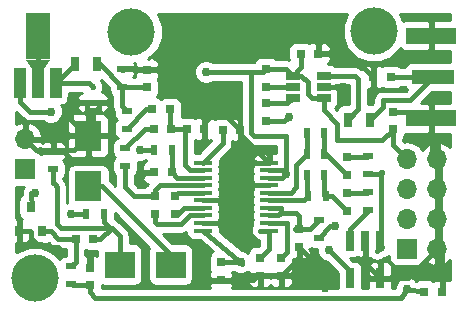
<source format=gbr>
G04 #@! TF.FileFunction,Copper,L1,Top,Signal*
%FSLAX46Y46*%
G04 Gerber Fmt 4.6, Leading zero omitted, Abs format (unit mm)*
G04 Created by KiCad (PCBNEW 4.0.7) date Thursday, November 02, 2017 'PMt' 10:29:49 PM*
%MOMM*%
%LPD*%
G01*
G04 APERTURE LIST*
%ADD10C,0.100000*%
%ADD11R,0.500000X0.900000*%
%ADD12R,1.524000X0.380000*%
%ADD13R,0.700000X1.300000*%
%ADD14R,0.750000X0.800000*%
%ADD15R,1.000760X2.501900*%
%ADD16R,1.998980X4.000500*%
%ADD17R,0.400000X0.510000*%
%ADD18R,0.800000X0.750000*%
%ADD19R,0.900000X0.500000*%
%ADD20R,1.220000X0.650000*%
%ADD21R,0.762000X1.651000*%
%ADD22C,4.000000*%
%ADD23R,2.500000X2.300000*%
%ADD24R,2.300000X2.500000*%
%ADD25R,0.800000X0.900000*%
%ADD26R,1.700000X1.700000*%
%ADD27O,1.700000X1.700000*%
%ADD28R,4.200000X1.350000*%
%ADD29R,3.600000X1.270000*%
%ADD30C,0.762000*%
%ADD31C,0.381000*%
%ADD32C,0.254000*%
G04 APERTURE END LIST*
D10*
D11*
X155309000Y-100330000D03*
X153809000Y-100330000D03*
D12*
X145033000Y-101028500D03*
X150623000Y-101028500D03*
X145033000Y-101668500D03*
X150623000Y-101668500D03*
X145033000Y-102308500D03*
X150623000Y-102308500D03*
X145033000Y-102948500D03*
X150623000Y-102948500D03*
X145033000Y-103588500D03*
X150623000Y-103588500D03*
X145033000Y-104228500D03*
X150623000Y-104228500D03*
X145033000Y-104868500D03*
X150623000Y-104868500D03*
X145033000Y-105508500D03*
X150623000Y-105508500D03*
X145033000Y-106148500D03*
X150623000Y-106148500D03*
X145033000Y-106788500D03*
X150623000Y-106788500D03*
D13*
X136078000Y-92710000D03*
X134178000Y-92710000D03*
D14*
X140271500Y-94666500D03*
X140271500Y-93166500D03*
D15*
X129562860Y-94300040D03*
X131064000Y-94300040D03*
X132565140Y-94300040D03*
D16*
X131064000Y-90347800D03*
D10*
G36*
X132064760Y-92322650D02*
X131564380Y-93071950D01*
X130563620Y-93071950D01*
X130063240Y-92322650D01*
X132064760Y-92322650D01*
X132064760Y-92322650D01*
G37*
D17*
X135199500Y-95963500D03*
X136199500Y-95963500D03*
X135699500Y-94663500D03*
D18*
X142367000Y-101854000D03*
X140867000Y-101854000D03*
D14*
X157226000Y-102096000D03*
X157226000Y-100596000D03*
X140970000Y-103898000D03*
X140970000Y-105398000D03*
X142621000Y-103898000D03*
X142621000Y-105398000D03*
X157226000Y-105144000D03*
X157226000Y-103644000D03*
X153162000Y-106692000D03*
X153162000Y-108192000D03*
X151638000Y-109105000D03*
X151638000Y-110605000D03*
X146558000Y-109486000D03*
X146558000Y-110986000D03*
X149860000Y-109105000D03*
X149860000Y-110605000D03*
X150368000Y-97524000D03*
X150368000Y-96024000D03*
X150368000Y-94603000D03*
X150368000Y-93103000D03*
D18*
X160960500Y-93789500D03*
X159460500Y-93789500D03*
X153301000Y-91821000D03*
X154801000Y-91821000D03*
X142355000Y-98171000D03*
X140855000Y-98171000D03*
X140728000Y-96520000D03*
X142228000Y-96520000D03*
X148197000Y-98298000D03*
X146697000Y-98298000D03*
X143649000Y-98171000D03*
X145149000Y-98171000D03*
D19*
X138557000Y-96659000D03*
X138557000Y-98159000D03*
D11*
X140867000Y-99949000D03*
X142367000Y-99949000D03*
X153809000Y-98552000D03*
X155309000Y-98552000D03*
X153936000Y-103886000D03*
X155436000Y-103886000D03*
D19*
X154813000Y-105930000D03*
X154813000Y-107430000D03*
X159004000Y-100469000D03*
X159004000Y-101969000D03*
D11*
X155309000Y-102108000D03*
X153809000Y-102108000D03*
D19*
X159004000Y-103517000D03*
X159004000Y-105017000D03*
D13*
X157292000Y-97409000D03*
X159192000Y-97409000D03*
D19*
X138430000Y-99834000D03*
X138430000Y-101334000D03*
D20*
X155234000Y-95565000D03*
X155234000Y-94615000D03*
X155234000Y-93665000D03*
X152614000Y-93665000D03*
X152614000Y-94615000D03*
X152614000Y-95565000D03*
D21*
X160020000Y-110807500D03*
X160020000Y-107632500D03*
X158750000Y-107632500D03*
X157480000Y-110807500D03*
X157480000Y-107632500D03*
D19*
X138176000Y-94603000D03*
X138176000Y-93103000D03*
D22*
X138976100Y-89979500D03*
X130784600Y-110807500D03*
X159486600Y-89916000D03*
D18*
X134251000Y-107505500D03*
X135751000Y-107505500D03*
D23*
X142294500Y-109664500D03*
X137994500Y-109664500D03*
D24*
X135318500Y-103051500D03*
X135318500Y-98751500D03*
D25*
X129479000Y-106791000D03*
X131379000Y-106791000D03*
X130429000Y-104791000D03*
D19*
X133858000Y-111303500D03*
X133858000Y-109803500D03*
D18*
X163778500Y-111950500D03*
X165278500Y-111950500D03*
D14*
X161099500Y-98222500D03*
X161099500Y-96722500D03*
X135445500Y-111430500D03*
X135445500Y-109930500D03*
D26*
X162306000Y-108331000D03*
D27*
X164846000Y-108331000D03*
X162306000Y-105791000D03*
X164846000Y-105791000D03*
X162306000Y-103251000D03*
X164846000Y-103251000D03*
X162306000Y-100711000D03*
X164846000Y-100711000D03*
D26*
X129984500Y-101600000D03*
D27*
X129984500Y-99060000D03*
D19*
X132334000Y-101588000D03*
X132334000Y-100088000D03*
D28*
X164338000Y-90282000D03*
X164338000Y-97282000D03*
D29*
X164538000Y-93782000D03*
D11*
X136640000Y-105410000D03*
X135140000Y-105410000D03*
D30*
X133096000Y-108585000D03*
X156845000Y-94615000D03*
X135572500Y-108775500D03*
X155384500Y-111633000D03*
X139573000Y-102489000D03*
X143637000Y-95250000D03*
X133858000Y-95631000D03*
X139700000Y-99949000D03*
X152019000Y-101981000D03*
X156210000Y-106426000D03*
X145288000Y-93345000D03*
X155702000Y-108458000D03*
X152273000Y-97155000D03*
X148209000Y-109474000D03*
X130810000Y-103632000D03*
X162306000Y-111696500D03*
X133858000Y-105410000D03*
X132143500Y-96710500D03*
D31*
X130944199Y-107942801D02*
X131310801Y-107942801D01*
X131310801Y-107942801D02*
X131572000Y-108204000D01*
X131572000Y-108204000D02*
X132715000Y-108204000D01*
X132715000Y-108204000D02*
X133096000Y-108585000D01*
X130944199Y-107942801D02*
X130429000Y-107427602D01*
X129606000Y-106854500D02*
X130387000Y-106854500D01*
X130429000Y-106896500D02*
X130429000Y-107427602D01*
X130387000Y-106854500D02*
X130429000Y-106896500D01*
X155234000Y-94615000D02*
X156845000Y-94615000D01*
X154801000Y-91821000D02*
X157492000Y-91821000D01*
X157492000Y-91821000D02*
X159460500Y-93789500D01*
X135699500Y-96583500D02*
X135699500Y-98370500D01*
X135699500Y-98370500D02*
X135318500Y-98751500D01*
X135199500Y-95963500D02*
X135199500Y-96401000D01*
X136199500Y-96337500D02*
X136199500Y-95963500D01*
X135953500Y-96583500D02*
X136199500Y-96337500D01*
X135382000Y-96583500D02*
X135699500Y-96583500D01*
X135699500Y-96583500D02*
X135953500Y-96583500D01*
X135199500Y-96401000D02*
X135382000Y-96583500D01*
X132334000Y-99961000D02*
X134109000Y-99961000D01*
X134109000Y-99961000D02*
X135318500Y-98751500D01*
X135572500Y-109803500D02*
X135572500Y-108775500D01*
X135572500Y-109803500D02*
X135445500Y-109930500D01*
X155384500Y-111633000D02*
X155384500Y-110414500D01*
X155384500Y-110414500D02*
X153162000Y-108192000D01*
X161099500Y-96722500D02*
X163893500Y-96722500D01*
X163893500Y-96722500D02*
X164397000Y-97226000D01*
X165278500Y-111950500D02*
X165278500Y-108763500D01*
X165278500Y-108763500D02*
X164846000Y-108331000D01*
X132334000Y-99961000D02*
X130885500Y-99961000D01*
X130885500Y-99961000D02*
X129984500Y-99060000D01*
X140867000Y-101854000D02*
X140208000Y-101854000D01*
X140208000Y-101854000D02*
X139573000Y-102489000D01*
X133858000Y-95631000D02*
X133858000Y-97418000D01*
X133858000Y-97418000D02*
X135191500Y-98751500D01*
X145149000Y-98171000D02*
X145149000Y-97675000D01*
X145149000Y-97675000D02*
X146361500Y-96462500D01*
X143637000Y-95250000D02*
X145149000Y-95250000D01*
X145149000Y-95250000D02*
X146361500Y-96462500D01*
X146361500Y-96462500D02*
X148197000Y-98298000D01*
X148197000Y-98298000D02*
X148197000Y-98602500D01*
X148197000Y-98602500D02*
X150623000Y-101028500D01*
X146558000Y-110986000D02*
X149237000Y-110986000D01*
X149237000Y-110986000D02*
X149479000Y-110744000D01*
X149860000Y-110605000D02*
X151638000Y-110605000D01*
X153162000Y-108192000D02*
X153162000Y-109081000D01*
X153162000Y-109081000D02*
X151638000Y-110605000D01*
X147447000Y-104228500D02*
X147447000Y-106045000D01*
X147343500Y-106148500D02*
X145033000Y-106148500D01*
X147447000Y-106045000D02*
X147343500Y-106148500D01*
X148018500Y-102933500D02*
X148018500Y-103695500D01*
X147485500Y-104228500D02*
X147447000Y-104228500D01*
X147447000Y-104228500D02*
X145033000Y-104228500D01*
X148018500Y-103695500D02*
X147485500Y-104228500D01*
X148018500Y-101028500D02*
X148018500Y-102933500D01*
X148033500Y-102948500D02*
X150623000Y-102948500D01*
X148018500Y-102933500D02*
X148033500Y-102948500D01*
X148018500Y-101028500D02*
X150623000Y-101028500D01*
X160020000Y-110807500D02*
X162369500Y-110807500D01*
X162369500Y-110807500D02*
X164846000Y-108331000D01*
X158750000Y-107632500D02*
X158750000Y-109537500D01*
X158750000Y-109537500D02*
X160020000Y-110807500D01*
X162974136Y-97226000D02*
X164397000Y-97226000D01*
X165100000Y-105791000D02*
X165100000Y-108331000D01*
X165100000Y-103251000D02*
X165100000Y-105791000D01*
X165100000Y-100711000D02*
X165100000Y-103251000D01*
X164397000Y-97226000D02*
X164397000Y-100655000D01*
X164397000Y-100655000D02*
X164270000Y-100782000D01*
X138176000Y-93103000D02*
X141490000Y-93103000D01*
X141490000Y-93103000D02*
X143637000Y-95250000D01*
X155234000Y-95565000D02*
X155234000Y-96623500D01*
X160210500Y-99123500D02*
X161099500Y-98234500D01*
X156400500Y-99123500D02*
X160210500Y-99123500D01*
X156400500Y-97790000D02*
X156400500Y-99123500D01*
X155234000Y-96623500D02*
X156400500Y-97790000D01*
X161099500Y-98234500D02*
X161099500Y-98222500D01*
X161099500Y-98222500D02*
X161099500Y-99504500D01*
X161099500Y-99504500D02*
X162306000Y-100711000D01*
X139700000Y-99949000D02*
X140867000Y-99949000D01*
X152019000Y-99903962D02*
X152019000Y-101981000D01*
X152019000Y-98806000D02*
X152019000Y-99903962D01*
X149098000Y-93345000D02*
X149098000Y-98552000D01*
X149352000Y-98806000D02*
X152019000Y-98806000D01*
X149098000Y-98552000D02*
X149352000Y-98806000D01*
X145288000Y-93345000D02*
X149098000Y-93345000D01*
X149098000Y-93345000D02*
X150126000Y-93345000D01*
X150126000Y-93345000D02*
X150368000Y-93103000D01*
X153301000Y-91821000D02*
X153301000Y-92978000D01*
X153301000Y-92978000D02*
X152614000Y-93665000D01*
X150368000Y-93103000D02*
X152052000Y-93103000D01*
X152052000Y-93103000D02*
X152614000Y-93665000D01*
X150623000Y-102308500D02*
X151691500Y-102308500D01*
X151691500Y-102308500D02*
X152019000Y-101981000D01*
X150623000Y-101668500D02*
X151706500Y-101668500D01*
X151706500Y-101668500D02*
X152019000Y-101981000D01*
X156210000Y-106426000D02*
X155817000Y-106426000D01*
X155817000Y-106426000D02*
X154813000Y-107430000D01*
X152614000Y-93665000D02*
X153355000Y-93665000D01*
X154239000Y-95565000D02*
X155234000Y-95565000D01*
X153924000Y-95250000D02*
X154239000Y-95565000D01*
X153924000Y-94234000D02*
X153924000Y-95250000D01*
X153355000Y-93665000D02*
X153924000Y-94234000D01*
X138176000Y-94603000D02*
X140208000Y-94603000D01*
X140208000Y-94603000D02*
X140271500Y-94666500D01*
X136078000Y-92710000D02*
X136283000Y-92710000D01*
X136283000Y-92710000D02*
X138176000Y-94603000D01*
X138176000Y-94603000D02*
X138176000Y-96278000D01*
X138176000Y-96278000D02*
X138557000Y-96659000D01*
X150368000Y-97524000D02*
X151904000Y-97524000D01*
X151904000Y-97524000D02*
X152273000Y-97155000D01*
X155702000Y-108458000D02*
X157480000Y-110236000D01*
X157480000Y-110807500D02*
X157480000Y-110236000D01*
X157480000Y-110807500D02*
X157416500Y-110807500D01*
X152273000Y-97155000D02*
X152297000Y-97179000D01*
X142367000Y-99949000D02*
X142367000Y-101854000D01*
X145033000Y-102308500D02*
X142821500Y-102308500D01*
X142821500Y-102308500D02*
X142367000Y-101854000D01*
X155309000Y-98552000D02*
X155309000Y-100330000D01*
X155309000Y-100330000D02*
X155460000Y-100330000D01*
X155460000Y-100330000D02*
X157226000Y-102096000D01*
X157226000Y-100596000D02*
X158877000Y-100596000D01*
X158877000Y-100596000D02*
X159004000Y-100469000D01*
X138430000Y-101334000D02*
X138430000Y-103124000D01*
X139204000Y-103898000D02*
X140970000Y-103898000D01*
X138430000Y-103124000D02*
X139204000Y-103898000D01*
X138430000Y-101334000D02*
X138430000Y-101358000D01*
X140970000Y-103898000D02*
X140970000Y-103378000D01*
X143842500Y-102948500D02*
X145033000Y-102948500D01*
X141399500Y-102948500D02*
X143842500Y-102948500D01*
X140970000Y-103378000D02*
X141399500Y-102948500D01*
X140970000Y-103587989D02*
X140970000Y-103898000D01*
X145033000Y-102953498D02*
X145033000Y-102948500D01*
X140970000Y-105398000D02*
X140970000Y-106045000D01*
X141167501Y-106242501D02*
X143185499Y-106242501D01*
X140970000Y-106045000D02*
X141167501Y-106242501D01*
X143185499Y-106242501D02*
X143919500Y-105508500D01*
X143919500Y-105508500D02*
X145033000Y-105508500D01*
X145033000Y-103588500D02*
X142930500Y-103588500D01*
X142930500Y-103588500D02*
X142621000Y-103898000D01*
X142621000Y-105398000D02*
X142887000Y-105398000D01*
X142887000Y-105398000D02*
X143416500Y-104868500D01*
X143416500Y-104868500D02*
X145033000Y-104868500D01*
X155309000Y-102108000D02*
X155309000Y-103759000D01*
X155309000Y-103759000D02*
X155436000Y-103886000D01*
X155436000Y-103886000D02*
X155968000Y-103886000D01*
X155968000Y-103886000D02*
X157226000Y-105144000D01*
X157226000Y-103644000D02*
X158877000Y-103644000D01*
X158877000Y-103644000D02*
X159004000Y-103517000D01*
X150623000Y-106148500D02*
X152122500Y-106148500D01*
X152146000Y-108597000D02*
X151638000Y-109105000D01*
X152146000Y-106172000D02*
X152146000Y-108597000D01*
X152122500Y-106148500D02*
X152146000Y-106172000D01*
X146558000Y-109486000D02*
X148197000Y-109486000D01*
X148197000Y-109486000D02*
X148209000Y-109474000D01*
X145033000Y-106788500D02*
X148081000Y-109346000D01*
X148081000Y-109346000D02*
X148209000Y-109474000D01*
X148336000Y-109601000D02*
X148209000Y-109474000D01*
X150623000Y-106788500D02*
X150623000Y-108342000D01*
X150623000Y-108342000D02*
X149860000Y-109105000D01*
X150623000Y-106788500D02*
X149890500Y-106788500D01*
X142355000Y-98171000D02*
X143649000Y-98171000D01*
X142228000Y-96520000D02*
X142228000Y-98044000D01*
X142228000Y-98044000D02*
X142355000Y-98171000D01*
X143504000Y-98159000D02*
X143510000Y-98165000D01*
X143510000Y-98165000D02*
X143510000Y-101257602D01*
X143510000Y-101257602D02*
X143920898Y-101668500D01*
X143920898Y-101668500D02*
X144145000Y-101668500D01*
X144145000Y-101668500D02*
X145033000Y-101668500D01*
X140855000Y-98171000D02*
X140093000Y-98171000D01*
X140093000Y-98171000D02*
X138430000Y-99834000D01*
X140728000Y-96520000D02*
X140196000Y-96520000D01*
X140196000Y-96520000D02*
X138557000Y-98159000D01*
X146697000Y-98298000D02*
X146697000Y-99364500D01*
X146697000Y-99364500D02*
X145033000Y-101028500D01*
X132565140Y-94300040D02*
X132587960Y-94300040D01*
X132587960Y-94300040D02*
X134178000Y-92710000D01*
X132565140Y-94300040D02*
X135336040Y-94300040D01*
X135336040Y-94300040D02*
X135699500Y-94663500D01*
X159004000Y-101969000D02*
X160135000Y-101969000D01*
X160147000Y-101854000D02*
X160135000Y-101854000D01*
X160147000Y-101957000D02*
X160147000Y-101854000D01*
X160135000Y-101969000D02*
X160147000Y-101957000D01*
X160135000Y-101854000D02*
X160135000Y-102743000D01*
X160135000Y-102743000D02*
X160135000Y-107517500D01*
X160135000Y-107517500D02*
X160020000Y-107632500D01*
X160135000Y-108152500D02*
X159766000Y-108521500D01*
X160147000Y-108140500D02*
X159766000Y-108521500D01*
X160135000Y-102985000D02*
X160135000Y-102985000D01*
X160135000Y-102743000D02*
X160135000Y-102985000D01*
X159004000Y-105017000D02*
X159004000Y-105156000D01*
X159004000Y-105156000D02*
X157480000Y-106680000D01*
X157480000Y-106680000D02*
X157480000Y-107632500D01*
X131064000Y-94300040D02*
X131064000Y-90347800D01*
X131064000Y-90347800D02*
X131064000Y-92697300D01*
X151638000Y-105283000D02*
X152908000Y-105283000D01*
X153162000Y-105537000D02*
X153162000Y-106692000D01*
X152908000Y-105283000D02*
X153162000Y-105537000D01*
X150623000Y-105508500D02*
X151412500Y-105508500D01*
X151604500Y-104868500D02*
X151638000Y-104902000D01*
X151638000Y-104902000D02*
X151638000Y-105283000D01*
X151604500Y-104868500D02*
X150623000Y-104868500D01*
X151412500Y-105508500D02*
X151638000Y-105283000D01*
X152861500Y-106645500D02*
X152908000Y-106692000D01*
X152908000Y-106692000D02*
X154051000Y-106692000D01*
X154051000Y-106692000D02*
X154813000Y-105930000D01*
X150623000Y-103588500D02*
X152443500Y-103588500D01*
X152908000Y-101231000D02*
X153809000Y-100330000D01*
X152908000Y-103124000D02*
X152908000Y-101231000D01*
X152443500Y-103588500D02*
X152908000Y-103124000D01*
X153809000Y-98552000D02*
X153809000Y-100330000D01*
X150623000Y-104228500D02*
X153593500Y-104228500D01*
X153593500Y-104228500D02*
X153936000Y-103886000D01*
X153809000Y-102108000D02*
X153809000Y-103759000D01*
X153809000Y-103759000D02*
X153936000Y-103886000D01*
X155234000Y-93665000D02*
X157863500Y-93665000D01*
X158178500Y-96522500D02*
X157292000Y-97409000D01*
X158178500Y-93980000D02*
X158178500Y-96522500D01*
X157863500Y-93665000D02*
X158178500Y-93980000D01*
X130508500Y-103632000D02*
X130556000Y-104854500D01*
X130810000Y-103632000D02*
X130508500Y-103632000D01*
X150368000Y-96024000D02*
X152155000Y-96024000D01*
X152155000Y-96024000D02*
X152614000Y-95565000D01*
X150368000Y-94603000D02*
X152602000Y-94603000D01*
X152602000Y-94603000D02*
X152614000Y-94615000D01*
X131506000Y-106854500D02*
X132127500Y-106854500D01*
X132778500Y-107505500D02*
X134251000Y-107505500D01*
X132127500Y-106854500D02*
X132778500Y-107505500D01*
X134251000Y-107505500D02*
X134251000Y-109410500D01*
X134251000Y-109410500D02*
X133858000Y-109803500D01*
X135318500Y-103051500D02*
X136452500Y-103051500D01*
X136452500Y-103051500D02*
X142294500Y-108893500D01*
X142294500Y-108893500D02*
X142294500Y-109664500D01*
X135318500Y-103051500D02*
X135681500Y-103051500D01*
X135191500Y-103051500D02*
X135191500Y-103831500D01*
X135445500Y-111430500D02*
X133985000Y-111430500D01*
X133985000Y-111430500D02*
X133858000Y-111303500D01*
X135445500Y-111430500D02*
X135445500Y-112014000D01*
X135445500Y-112014000D02*
X135915750Y-112484250D01*
X143510000Y-112484250D02*
X161835750Y-112484250D01*
X161835750Y-112484250D02*
X162306000Y-111696500D01*
X135915750Y-112484250D02*
X143510000Y-112484250D01*
X162306000Y-111696500D02*
X163715000Y-112014000D01*
X163715000Y-112014000D02*
X163778500Y-111950500D01*
X160960500Y-93789500D02*
X164533500Y-93789500D01*
X164533500Y-93789500D02*
X164597000Y-93726000D01*
X160274000Y-95758000D02*
X162565000Y-95758000D01*
X162565000Y-95758000D02*
X164597000Y-93726000D01*
X160274000Y-96327000D02*
X159192000Y-97409000D01*
X160274000Y-95758000D02*
X160274000Y-96327000D01*
X163410699Y-93726000D02*
X164597000Y-93726000D01*
X135140000Y-105410000D02*
X133858000Y-105410000D01*
X132143500Y-96710500D02*
X130365500Y-96710500D01*
X129562860Y-95907860D02*
X129562860Y-94300040D01*
X130365500Y-96710500D02*
X129562860Y-95907860D01*
X130302000Y-101600000D02*
X130556000Y-101600000D01*
X132334000Y-102235002D02*
X132334000Y-102743000D01*
X132334000Y-102743000D02*
X132461000Y-102870000D01*
X132651500Y-103378000D02*
X132651500Y-103060500D01*
X132810250Y-106394250D02*
X132969000Y-106553000D01*
X137223500Y-106553000D02*
X134747000Y-106553000D01*
X132969000Y-106553000D02*
X134747000Y-106553000D01*
X132651500Y-106235500D02*
X132810250Y-106394250D01*
X132651500Y-103378000D02*
X132651500Y-106235500D01*
X132651500Y-103060500D02*
X132461000Y-102870000D01*
X132334000Y-102235002D02*
X132334000Y-101588000D01*
X136640000Y-105410000D02*
X136640000Y-106033000D01*
X137223500Y-106616500D02*
X137223500Y-106553000D01*
X136640000Y-106033000D02*
X137223500Y-106616500D01*
X137287000Y-106553000D02*
X137223500Y-106553000D01*
X135751000Y-107505500D02*
X136334500Y-107505500D01*
X136334500Y-107505500D02*
X137287000Y-106553000D01*
X137994500Y-107260500D02*
X137994500Y-109664500D01*
X137287000Y-106553000D02*
X137994500Y-107260500D01*
X137858500Y-109664500D02*
X137994500Y-109664500D01*
D32*
G36*
X165914000Y-95972000D02*
X164623750Y-95972000D01*
X164465000Y-96130750D01*
X164465000Y-97155000D01*
X164485000Y-97155000D01*
X164485000Y-97409000D01*
X164465000Y-97409000D01*
X164465000Y-98433250D01*
X164623750Y-98592000D01*
X165914000Y-98592000D01*
X165914000Y-99720618D01*
X165727358Y-99515817D01*
X165202892Y-99269514D01*
X164973000Y-99390181D01*
X164973000Y-100584000D01*
X164993000Y-100584000D01*
X164993000Y-100838000D01*
X164973000Y-100838000D01*
X164973000Y-103124000D01*
X164993000Y-103124000D01*
X164993000Y-103378000D01*
X164973000Y-103378000D01*
X164973000Y-105664000D01*
X164993000Y-105664000D01*
X164993000Y-105918000D01*
X164973000Y-105918000D01*
X164973000Y-108204000D01*
X164993000Y-108204000D01*
X164993000Y-108458000D01*
X164973000Y-108458000D01*
X164973000Y-109651819D01*
X165202892Y-109772486D01*
X165727358Y-109526183D01*
X165914000Y-109321382D01*
X165914000Y-110985728D01*
X165804809Y-110940500D01*
X165564250Y-110940500D01*
X165405500Y-111099250D01*
X165405500Y-111823500D01*
X165425500Y-111823500D01*
X165425500Y-112077500D01*
X165405500Y-112077500D01*
X165405500Y-112097500D01*
X165151500Y-112097500D01*
X165151500Y-112077500D01*
X165131500Y-112077500D01*
X165131500Y-111823500D01*
X165151500Y-111823500D01*
X165151500Y-111099250D01*
X164992750Y-110940500D01*
X164752191Y-110940500D01*
X164518802Y-111037173D01*
X164517432Y-111038543D01*
X164430390Y-110979069D01*
X164178500Y-110928060D01*
X163378500Y-110928060D01*
X163143183Y-110972338D01*
X163067381Y-111021115D01*
X162882269Y-110835679D01*
X162508982Y-110680676D01*
X162104792Y-110680324D01*
X161731234Y-110834675D01*
X161445179Y-111120231D01*
X161290176Y-111493518D01*
X161290032Y-111658750D01*
X161036000Y-111658750D01*
X161036000Y-111093250D01*
X160877250Y-110934500D01*
X160147000Y-110934500D01*
X160147000Y-110954500D01*
X159893000Y-110954500D01*
X159893000Y-110934500D01*
X159162750Y-110934500D01*
X159004000Y-111093250D01*
X159004000Y-111658750D01*
X158503225Y-111658750D01*
X158508440Y-111633000D01*
X158508440Y-109982000D01*
X158484674Y-109855690D01*
X159004000Y-109855690D01*
X159004000Y-110521750D01*
X159162750Y-110680500D01*
X159893000Y-110680500D01*
X159893000Y-109505750D01*
X160147000Y-109505750D01*
X160147000Y-110680500D01*
X160877250Y-110680500D01*
X161036000Y-110521750D01*
X161036000Y-109855690D01*
X160939327Y-109622301D01*
X160760698Y-109443673D01*
X160527309Y-109347000D01*
X160305750Y-109347000D01*
X160147000Y-109505750D01*
X159893000Y-109505750D01*
X159734250Y-109347000D01*
X159512691Y-109347000D01*
X159279302Y-109443673D01*
X159100673Y-109622301D01*
X159004000Y-109855690D01*
X158484674Y-109855690D01*
X158464162Y-109746683D01*
X158325090Y-109530559D01*
X158112890Y-109385569D01*
X157861000Y-109334560D01*
X157745993Y-109334560D01*
X157516873Y-109105440D01*
X157861000Y-109105440D01*
X158096317Y-109061162D01*
X158123539Y-109043645D01*
X158242691Y-109093000D01*
X158464250Y-109093000D01*
X158623000Y-108934250D01*
X158623000Y-107759500D01*
X158603000Y-107759500D01*
X158603000Y-107505500D01*
X158623000Y-107505500D01*
X158623000Y-107485500D01*
X158877000Y-107485500D01*
X158877000Y-107505500D01*
X158897000Y-107505500D01*
X158897000Y-107759500D01*
X158877000Y-107759500D01*
X158877000Y-108934250D01*
X159035750Y-109093000D01*
X159174120Y-109093000D01*
X159182283Y-109105217D01*
X159450094Y-109284163D01*
X159766000Y-109347000D01*
X160081906Y-109284163D01*
X160349383Y-109105440D01*
X160401000Y-109105440D01*
X160636317Y-109061162D01*
X160808560Y-108950327D01*
X160808560Y-109181000D01*
X160852838Y-109416317D01*
X160991910Y-109632441D01*
X161204110Y-109777431D01*
X161456000Y-109828440D01*
X163156000Y-109828440D01*
X163391317Y-109784162D01*
X163607441Y-109645090D01*
X163752431Y-109432890D01*
X163775555Y-109318699D01*
X163964642Y-109526183D01*
X164489108Y-109772486D01*
X164719000Y-109651819D01*
X164719000Y-108458000D01*
X164699000Y-108458000D01*
X164699000Y-108204000D01*
X164719000Y-108204000D01*
X164719000Y-105918000D01*
X164699000Y-105918000D01*
X164699000Y-105664000D01*
X164719000Y-105664000D01*
X164719000Y-103378000D01*
X164699000Y-103378000D01*
X164699000Y-103124000D01*
X164719000Y-103124000D01*
X164719000Y-100838000D01*
X164699000Y-100838000D01*
X164699000Y-100584000D01*
X164719000Y-100584000D01*
X164719000Y-99390181D01*
X164489108Y-99269514D01*
X163964642Y-99515817D01*
X163574355Y-99944076D01*
X163574345Y-99944101D01*
X163385147Y-99660946D01*
X162903378Y-99339039D01*
X162335093Y-99226000D01*
X162276907Y-99226000D01*
X162036295Y-99273861D01*
X161925000Y-99162566D01*
X161925000Y-99087196D01*
X161925941Y-99086590D01*
X162070931Y-98874390D01*
X162121940Y-98622500D01*
X162121940Y-98592000D01*
X164052250Y-98592000D01*
X164211000Y-98433250D01*
X164211000Y-97409000D01*
X164191000Y-97409000D01*
X164191000Y-97155000D01*
X164211000Y-97155000D01*
X164211000Y-96130750D01*
X164052250Y-95972000D01*
X163518434Y-95972000D01*
X164425994Y-95064440D01*
X165914000Y-95064440D01*
X165914000Y-95972000D01*
X165914000Y-95972000D01*
G37*
X165914000Y-95972000D02*
X164623750Y-95972000D01*
X164465000Y-96130750D01*
X164465000Y-97155000D01*
X164485000Y-97155000D01*
X164485000Y-97409000D01*
X164465000Y-97409000D01*
X164465000Y-98433250D01*
X164623750Y-98592000D01*
X165914000Y-98592000D01*
X165914000Y-99720618D01*
X165727358Y-99515817D01*
X165202892Y-99269514D01*
X164973000Y-99390181D01*
X164973000Y-100584000D01*
X164993000Y-100584000D01*
X164993000Y-100838000D01*
X164973000Y-100838000D01*
X164973000Y-103124000D01*
X164993000Y-103124000D01*
X164993000Y-103378000D01*
X164973000Y-103378000D01*
X164973000Y-105664000D01*
X164993000Y-105664000D01*
X164993000Y-105918000D01*
X164973000Y-105918000D01*
X164973000Y-108204000D01*
X164993000Y-108204000D01*
X164993000Y-108458000D01*
X164973000Y-108458000D01*
X164973000Y-109651819D01*
X165202892Y-109772486D01*
X165727358Y-109526183D01*
X165914000Y-109321382D01*
X165914000Y-110985728D01*
X165804809Y-110940500D01*
X165564250Y-110940500D01*
X165405500Y-111099250D01*
X165405500Y-111823500D01*
X165425500Y-111823500D01*
X165425500Y-112077500D01*
X165405500Y-112077500D01*
X165405500Y-112097500D01*
X165151500Y-112097500D01*
X165151500Y-112077500D01*
X165131500Y-112077500D01*
X165131500Y-111823500D01*
X165151500Y-111823500D01*
X165151500Y-111099250D01*
X164992750Y-110940500D01*
X164752191Y-110940500D01*
X164518802Y-111037173D01*
X164517432Y-111038543D01*
X164430390Y-110979069D01*
X164178500Y-110928060D01*
X163378500Y-110928060D01*
X163143183Y-110972338D01*
X163067381Y-111021115D01*
X162882269Y-110835679D01*
X162508982Y-110680676D01*
X162104792Y-110680324D01*
X161731234Y-110834675D01*
X161445179Y-111120231D01*
X161290176Y-111493518D01*
X161290032Y-111658750D01*
X161036000Y-111658750D01*
X161036000Y-111093250D01*
X160877250Y-110934500D01*
X160147000Y-110934500D01*
X160147000Y-110954500D01*
X159893000Y-110954500D01*
X159893000Y-110934500D01*
X159162750Y-110934500D01*
X159004000Y-111093250D01*
X159004000Y-111658750D01*
X158503225Y-111658750D01*
X158508440Y-111633000D01*
X158508440Y-109982000D01*
X158484674Y-109855690D01*
X159004000Y-109855690D01*
X159004000Y-110521750D01*
X159162750Y-110680500D01*
X159893000Y-110680500D01*
X159893000Y-109505750D01*
X160147000Y-109505750D01*
X160147000Y-110680500D01*
X160877250Y-110680500D01*
X161036000Y-110521750D01*
X161036000Y-109855690D01*
X160939327Y-109622301D01*
X160760698Y-109443673D01*
X160527309Y-109347000D01*
X160305750Y-109347000D01*
X160147000Y-109505750D01*
X159893000Y-109505750D01*
X159734250Y-109347000D01*
X159512691Y-109347000D01*
X159279302Y-109443673D01*
X159100673Y-109622301D01*
X159004000Y-109855690D01*
X158484674Y-109855690D01*
X158464162Y-109746683D01*
X158325090Y-109530559D01*
X158112890Y-109385569D01*
X157861000Y-109334560D01*
X157745993Y-109334560D01*
X157516873Y-109105440D01*
X157861000Y-109105440D01*
X158096317Y-109061162D01*
X158123539Y-109043645D01*
X158242691Y-109093000D01*
X158464250Y-109093000D01*
X158623000Y-108934250D01*
X158623000Y-107759500D01*
X158603000Y-107759500D01*
X158603000Y-107505500D01*
X158623000Y-107505500D01*
X158623000Y-107485500D01*
X158877000Y-107485500D01*
X158877000Y-107505500D01*
X158897000Y-107505500D01*
X158897000Y-107759500D01*
X158877000Y-107759500D01*
X158877000Y-108934250D01*
X159035750Y-109093000D01*
X159174120Y-109093000D01*
X159182283Y-109105217D01*
X159450094Y-109284163D01*
X159766000Y-109347000D01*
X160081906Y-109284163D01*
X160349383Y-109105440D01*
X160401000Y-109105440D01*
X160636317Y-109061162D01*
X160808560Y-108950327D01*
X160808560Y-109181000D01*
X160852838Y-109416317D01*
X160991910Y-109632441D01*
X161204110Y-109777431D01*
X161456000Y-109828440D01*
X163156000Y-109828440D01*
X163391317Y-109784162D01*
X163607441Y-109645090D01*
X163752431Y-109432890D01*
X163775555Y-109318699D01*
X163964642Y-109526183D01*
X164489108Y-109772486D01*
X164719000Y-109651819D01*
X164719000Y-108458000D01*
X164699000Y-108458000D01*
X164699000Y-108204000D01*
X164719000Y-108204000D01*
X164719000Y-105918000D01*
X164699000Y-105918000D01*
X164699000Y-105664000D01*
X164719000Y-105664000D01*
X164719000Y-103378000D01*
X164699000Y-103378000D01*
X164699000Y-103124000D01*
X164719000Y-103124000D01*
X164719000Y-100838000D01*
X164699000Y-100838000D01*
X164699000Y-100584000D01*
X164719000Y-100584000D01*
X164719000Y-99390181D01*
X164489108Y-99269514D01*
X163964642Y-99515817D01*
X163574355Y-99944076D01*
X163574345Y-99944101D01*
X163385147Y-99660946D01*
X162903378Y-99339039D01*
X162335093Y-99226000D01*
X162276907Y-99226000D01*
X162036295Y-99273861D01*
X161925000Y-99162566D01*
X161925000Y-99087196D01*
X161925941Y-99086590D01*
X162070931Y-98874390D01*
X162121940Y-98622500D01*
X162121940Y-98592000D01*
X164052250Y-98592000D01*
X164211000Y-98433250D01*
X164211000Y-97409000D01*
X164191000Y-97409000D01*
X164191000Y-97155000D01*
X164211000Y-97155000D01*
X164211000Y-96130750D01*
X164052250Y-95972000D01*
X163518434Y-95972000D01*
X164425994Y-95064440D01*
X165914000Y-95064440D01*
X165914000Y-95972000D01*
G36*
X140467597Y-108234030D02*
X140448069Y-108262610D01*
X140397060Y-108514500D01*
X140397060Y-110814500D01*
X140441338Y-111049817D01*
X140580410Y-111265941D01*
X140792610Y-111410931D01*
X141044500Y-111461940D01*
X143544500Y-111461940D01*
X143779817Y-111417662D01*
X143995941Y-111278590D01*
X144140931Y-111066390D01*
X144176498Y-110890750D01*
X148850000Y-110890750D01*
X148850000Y-111131309D01*
X148946673Y-111364698D01*
X149125301Y-111543327D01*
X149358690Y-111640000D01*
X149574250Y-111640000D01*
X149733000Y-111481250D01*
X149733000Y-110732000D01*
X149987000Y-110732000D01*
X149987000Y-111481250D01*
X150145750Y-111640000D01*
X150361310Y-111640000D01*
X150594699Y-111543327D01*
X150749000Y-111389025D01*
X150903301Y-111543327D01*
X151136690Y-111640000D01*
X151352250Y-111640000D01*
X151511000Y-111481250D01*
X151511000Y-110732000D01*
X151765000Y-110732000D01*
X151765000Y-111481250D01*
X151923750Y-111640000D01*
X152139310Y-111640000D01*
X152372699Y-111543327D01*
X152551327Y-111364698D01*
X152648000Y-111131309D01*
X152648000Y-110890750D01*
X152489250Y-110732000D01*
X151765000Y-110732000D01*
X151511000Y-110732000D01*
X150786750Y-110732000D01*
X150749000Y-110769750D01*
X150711250Y-110732000D01*
X149987000Y-110732000D01*
X149733000Y-110732000D01*
X149008750Y-110732000D01*
X148850000Y-110890750D01*
X144176498Y-110890750D01*
X144191940Y-110814500D01*
X144191940Y-108514500D01*
X144147662Y-108279183D01*
X144008590Y-108063059D01*
X143796390Y-107918069D01*
X143544500Y-107867060D01*
X142435493Y-107867060D01*
X141636434Y-107068001D01*
X143185499Y-107068001D01*
X143501405Y-107005164D01*
X143623560Y-106923542D01*
X143623560Y-106978500D01*
X143667838Y-107213817D01*
X143806910Y-107429941D01*
X144019110Y-107574931D01*
X144271000Y-107625940D01*
X144746780Y-107625940D01*
X145846001Y-108548269D01*
X145731559Y-108621910D01*
X145586569Y-108834110D01*
X145535560Y-109086000D01*
X145535560Y-109886000D01*
X145579838Y-110121317D01*
X145646329Y-110224646D01*
X145644673Y-110226302D01*
X145548000Y-110459691D01*
X145548000Y-110700250D01*
X145706750Y-110859000D01*
X146431000Y-110859000D01*
X146431000Y-110839000D01*
X146685000Y-110839000D01*
X146685000Y-110859000D01*
X147409250Y-110859000D01*
X147568000Y-110700250D01*
X147568000Y-110459691D01*
X147506617Y-110311500D01*
X147609451Y-110311500D01*
X147632731Y-110334821D01*
X148006018Y-110489824D01*
X148410208Y-110490176D01*
X148783766Y-110335825D01*
X148850000Y-110269707D01*
X148850000Y-110319250D01*
X149008750Y-110478000D01*
X149733000Y-110478000D01*
X149733000Y-110458000D01*
X149987000Y-110458000D01*
X149987000Y-110478000D01*
X150711250Y-110478000D01*
X150749000Y-110440250D01*
X150786750Y-110478000D01*
X151511000Y-110478000D01*
X151511000Y-110458000D01*
X151765000Y-110458000D01*
X151765000Y-110478000D01*
X152489250Y-110478000D01*
X152648000Y-110319250D01*
X152648000Y-110078691D01*
X152551327Y-109845302D01*
X152549957Y-109843932D01*
X152609431Y-109756890D01*
X152660440Y-109505000D01*
X152660440Y-109249993D01*
X152683433Y-109227000D01*
X152876250Y-109227000D01*
X153035000Y-109068250D01*
X153035000Y-108319000D01*
X153015000Y-108319000D01*
X153015000Y-108065000D01*
X153035000Y-108065000D01*
X153035000Y-108045000D01*
X153289000Y-108045000D01*
X153289000Y-108065000D01*
X153309000Y-108065000D01*
X153309000Y-108319000D01*
X153289000Y-108319000D01*
X153289000Y-109068250D01*
X153447750Y-109227000D01*
X153663310Y-109227000D01*
X153896699Y-109130327D01*
X154075327Y-108951698D01*
X154172000Y-108718309D01*
X154172000Y-108477750D01*
X154013252Y-108319002D01*
X154172000Y-108319002D01*
X154172000Y-108288762D01*
X154363000Y-108327440D01*
X154686113Y-108327440D01*
X154685824Y-108659208D01*
X154840175Y-109032766D01*
X155125731Y-109318821D01*
X155499018Y-109473824D01*
X155550435Y-109473869D01*
X156451560Y-110374993D01*
X156451560Y-111633000D01*
X156456405Y-111658750D01*
X147507342Y-111658750D01*
X147568000Y-111512309D01*
X147568000Y-111271750D01*
X147409250Y-111113000D01*
X146685000Y-111113000D01*
X146685000Y-111133000D01*
X146431000Y-111133000D01*
X146431000Y-111113000D01*
X145706750Y-111113000D01*
X145548000Y-111271750D01*
X145548000Y-111512309D01*
X145608658Y-111658750D01*
X136467940Y-111658750D01*
X136467940Y-111394075D01*
X136492610Y-111410931D01*
X136744500Y-111461940D01*
X139244500Y-111461940D01*
X139479817Y-111417662D01*
X139695941Y-111278590D01*
X139840931Y-111066390D01*
X139891940Y-110814500D01*
X139891940Y-108514500D01*
X139847662Y-108279183D01*
X139708590Y-108063059D01*
X139496390Y-107918069D01*
X139244500Y-107867060D01*
X138820000Y-107867060D01*
X138820000Y-107260500D01*
X138788951Y-107104405D01*
X138757163Y-106944594D01*
X138578217Y-106676783D01*
X137870717Y-105969283D01*
X137602906Y-105790337D01*
X137555301Y-105780868D01*
X137537440Y-105763007D01*
X137537440Y-105303874D01*
X140467597Y-108234030D01*
X140467597Y-108234030D01*
G37*
X140467597Y-108234030D02*
X140448069Y-108262610D01*
X140397060Y-108514500D01*
X140397060Y-110814500D01*
X140441338Y-111049817D01*
X140580410Y-111265941D01*
X140792610Y-111410931D01*
X141044500Y-111461940D01*
X143544500Y-111461940D01*
X143779817Y-111417662D01*
X143995941Y-111278590D01*
X144140931Y-111066390D01*
X144176498Y-110890750D01*
X148850000Y-110890750D01*
X148850000Y-111131309D01*
X148946673Y-111364698D01*
X149125301Y-111543327D01*
X149358690Y-111640000D01*
X149574250Y-111640000D01*
X149733000Y-111481250D01*
X149733000Y-110732000D01*
X149987000Y-110732000D01*
X149987000Y-111481250D01*
X150145750Y-111640000D01*
X150361310Y-111640000D01*
X150594699Y-111543327D01*
X150749000Y-111389025D01*
X150903301Y-111543327D01*
X151136690Y-111640000D01*
X151352250Y-111640000D01*
X151511000Y-111481250D01*
X151511000Y-110732000D01*
X151765000Y-110732000D01*
X151765000Y-111481250D01*
X151923750Y-111640000D01*
X152139310Y-111640000D01*
X152372699Y-111543327D01*
X152551327Y-111364698D01*
X152648000Y-111131309D01*
X152648000Y-110890750D01*
X152489250Y-110732000D01*
X151765000Y-110732000D01*
X151511000Y-110732000D01*
X150786750Y-110732000D01*
X150749000Y-110769750D01*
X150711250Y-110732000D01*
X149987000Y-110732000D01*
X149733000Y-110732000D01*
X149008750Y-110732000D01*
X148850000Y-110890750D01*
X144176498Y-110890750D01*
X144191940Y-110814500D01*
X144191940Y-108514500D01*
X144147662Y-108279183D01*
X144008590Y-108063059D01*
X143796390Y-107918069D01*
X143544500Y-107867060D01*
X142435493Y-107867060D01*
X141636434Y-107068001D01*
X143185499Y-107068001D01*
X143501405Y-107005164D01*
X143623560Y-106923542D01*
X143623560Y-106978500D01*
X143667838Y-107213817D01*
X143806910Y-107429941D01*
X144019110Y-107574931D01*
X144271000Y-107625940D01*
X144746780Y-107625940D01*
X145846001Y-108548269D01*
X145731559Y-108621910D01*
X145586569Y-108834110D01*
X145535560Y-109086000D01*
X145535560Y-109886000D01*
X145579838Y-110121317D01*
X145646329Y-110224646D01*
X145644673Y-110226302D01*
X145548000Y-110459691D01*
X145548000Y-110700250D01*
X145706750Y-110859000D01*
X146431000Y-110859000D01*
X146431000Y-110839000D01*
X146685000Y-110839000D01*
X146685000Y-110859000D01*
X147409250Y-110859000D01*
X147568000Y-110700250D01*
X147568000Y-110459691D01*
X147506617Y-110311500D01*
X147609451Y-110311500D01*
X147632731Y-110334821D01*
X148006018Y-110489824D01*
X148410208Y-110490176D01*
X148783766Y-110335825D01*
X148850000Y-110269707D01*
X148850000Y-110319250D01*
X149008750Y-110478000D01*
X149733000Y-110478000D01*
X149733000Y-110458000D01*
X149987000Y-110458000D01*
X149987000Y-110478000D01*
X150711250Y-110478000D01*
X150749000Y-110440250D01*
X150786750Y-110478000D01*
X151511000Y-110478000D01*
X151511000Y-110458000D01*
X151765000Y-110458000D01*
X151765000Y-110478000D01*
X152489250Y-110478000D01*
X152648000Y-110319250D01*
X152648000Y-110078691D01*
X152551327Y-109845302D01*
X152549957Y-109843932D01*
X152609431Y-109756890D01*
X152660440Y-109505000D01*
X152660440Y-109249993D01*
X152683433Y-109227000D01*
X152876250Y-109227000D01*
X153035000Y-109068250D01*
X153035000Y-108319000D01*
X153015000Y-108319000D01*
X153015000Y-108065000D01*
X153035000Y-108065000D01*
X153035000Y-108045000D01*
X153289000Y-108045000D01*
X153289000Y-108065000D01*
X153309000Y-108065000D01*
X153309000Y-108319000D01*
X153289000Y-108319000D01*
X153289000Y-109068250D01*
X153447750Y-109227000D01*
X153663310Y-109227000D01*
X153896699Y-109130327D01*
X154075327Y-108951698D01*
X154172000Y-108718309D01*
X154172000Y-108477750D01*
X154013252Y-108319002D01*
X154172000Y-108319002D01*
X154172000Y-108288762D01*
X154363000Y-108327440D01*
X154686113Y-108327440D01*
X154685824Y-108659208D01*
X154840175Y-109032766D01*
X155125731Y-109318821D01*
X155499018Y-109473824D01*
X155550435Y-109473869D01*
X156451560Y-110374993D01*
X156451560Y-111633000D01*
X156456405Y-111658750D01*
X147507342Y-111658750D01*
X147568000Y-111512309D01*
X147568000Y-111271750D01*
X147409250Y-111113000D01*
X146685000Y-111113000D01*
X146685000Y-111133000D01*
X146431000Y-111133000D01*
X146431000Y-111113000D01*
X145706750Y-111113000D01*
X145548000Y-111271750D01*
X145548000Y-111512309D01*
X145608658Y-111658750D01*
X136467940Y-111658750D01*
X136467940Y-111394075D01*
X136492610Y-111410931D01*
X136744500Y-111461940D01*
X139244500Y-111461940D01*
X139479817Y-111417662D01*
X139695941Y-111278590D01*
X139840931Y-111066390D01*
X139891940Y-110814500D01*
X139891940Y-108514500D01*
X139847662Y-108279183D01*
X139708590Y-108063059D01*
X139496390Y-107918069D01*
X139244500Y-107867060D01*
X138820000Y-107867060D01*
X138820000Y-107260500D01*
X138788951Y-107104405D01*
X138757163Y-106944594D01*
X138578217Y-106676783D01*
X137870717Y-105969283D01*
X137602906Y-105790337D01*
X137555301Y-105780868D01*
X137537440Y-105763007D01*
X137537440Y-105303874D01*
X140467597Y-108234030D01*
G36*
X135099110Y-108476931D02*
X135351000Y-108527940D01*
X136097060Y-108527940D01*
X136097060Y-108957736D01*
X135946810Y-108895500D01*
X135731250Y-108895500D01*
X135572500Y-109054250D01*
X135572500Y-109803500D01*
X135592500Y-109803500D01*
X135592500Y-110057500D01*
X135572500Y-110057500D01*
X135572500Y-110077500D01*
X135318500Y-110077500D01*
X135318500Y-110057500D01*
X135298500Y-110057500D01*
X135298500Y-109803500D01*
X135318500Y-109803500D01*
X135318500Y-109054250D01*
X135159750Y-108895500D01*
X135076500Y-108895500D01*
X135076500Y-108461482D01*
X135099110Y-108476931D01*
X135099110Y-108476931D01*
G37*
X135099110Y-108476931D02*
X135351000Y-108527940D01*
X136097060Y-108527940D01*
X136097060Y-108957736D01*
X135946810Y-108895500D01*
X135731250Y-108895500D01*
X135572500Y-109054250D01*
X135572500Y-109803500D01*
X135592500Y-109803500D01*
X135592500Y-110057500D01*
X135572500Y-110057500D01*
X135572500Y-110077500D01*
X135318500Y-110077500D01*
X135318500Y-110057500D01*
X135298500Y-110057500D01*
X135298500Y-109803500D01*
X135318500Y-109803500D01*
X135318500Y-109054250D01*
X135159750Y-108895500D01*
X135076500Y-108895500D01*
X135076500Y-108461482D01*
X135099110Y-108476931D01*
G36*
X129826574Y-103195263D02*
X129745837Y-103316095D01*
X129742660Y-103332065D01*
X129734147Y-103345944D01*
X129711350Y-103489473D01*
X129683000Y-103632000D01*
X129686176Y-103647968D01*
X129683622Y-103664050D01*
X129689104Y-103805133D01*
X129577559Y-103876910D01*
X129432569Y-104089110D01*
X129381560Y-104341000D01*
X129381560Y-105241000D01*
X129425838Y-105476317D01*
X129564910Y-105692441D01*
X129691686Y-105779064D01*
X129606000Y-105864750D01*
X129606000Y-106664000D01*
X129626000Y-106664000D01*
X129626000Y-106918000D01*
X129606000Y-106918000D01*
X129606000Y-107717250D01*
X129764750Y-107876000D01*
X130005310Y-107876000D01*
X130238699Y-107779327D01*
X130417327Y-107600698D01*
X130432423Y-107564253D01*
X130514910Y-107692441D01*
X130727110Y-107837431D01*
X130979000Y-107888440D01*
X131779000Y-107888440D01*
X131959957Y-107854391D01*
X132194783Y-108089217D01*
X132462594Y-108268163D01*
X132778500Y-108331000D01*
X133386304Y-108331000D01*
X133386910Y-108331941D01*
X133425500Y-108358308D01*
X133425500Y-108906060D01*
X133408000Y-108906060D01*
X133172683Y-108950338D01*
X132956559Y-109089410D01*
X132889981Y-109186850D01*
X132279157Y-108574958D01*
X131311033Y-108172958D01*
X130262766Y-108172043D01*
X129293942Y-108572353D01*
X129234000Y-108632190D01*
X129234000Y-107835250D01*
X129352000Y-107717250D01*
X129352000Y-106918000D01*
X129332000Y-106918000D01*
X129332000Y-106664000D01*
X129352000Y-106664000D01*
X129352000Y-105864750D01*
X129234000Y-105746750D01*
X129234000Y-103097440D01*
X129886579Y-103097440D01*
X129826574Y-103195263D01*
X129826574Y-103195263D01*
G37*
X129826574Y-103195263D02*
X129745837Y-103316095D01*
X129742660Y-103332065D01*
X129734147Y-103345944D01*
X129711350Y-103489473D01*
X129683000Y-103632000D01*
X129686176Y-103647968D01*
X129683622Y-103664050D01*
X129689104Y-103805133D01*
X129577559Y-103876910D01*
X129432569Y-104089110D01*
X129381560Y-104341000D01*
X129381560Y-105241000D01*
X129425838Y-105476317D01*
X129564910Y-105692441D01*
X129691686Y-105779064D01*
X129606000Y-105864750D01*
X129606000Y-106664000D01*
X129626000Y-106664000D01*
X129626000Y-106918000D01*
X129606000Y-106918000D01*
X129606000Y-107717250D01*
X129764750Y-107876000D01*
X130005310Y-107876000D01*
X130238699Y-107779327D01*
X130417327Y-107600698D01*
X130432423Y-107564253D01*
X130514910Y-107692441D01*
X130727110Y-107837431D01*
X130979000Y-107888440D01*
X131779000Y-107888440D01*
X131959957Y-107854391D01*
X132194783Y-108089217D01*
X132462594Y-108268163D01*
X132778500Y-108331000D01*
X133386304Y-108331000D01*
X133386910Y-108331941D01*
X133425500Y-108358308D01*
X133425500Y-108906060D01*
X133408000Y-108906060D01*
X133172683Y-108950338D01*
X132956559Y-109089410D01*
X132889981Y-109186850D01*
X132279157Y-108574958D01*
X131311033Y-108172958D01*
X130262766Y-108172043D01*
X129293942Y-108572353D01*
X129234000Y-108632190D01*
X129234000Y-107835250D01*
X129352000Y-107717250D01*
X129352000Y-106918000D01*
X129332000Y-106918000D01*
X129332000Y-106664000D01*
X129352000Y-106664000D01*
X129352000Y-105864750D01*
X129234000Y-105746750D01*
X129234000Y-103097440D01*
X129886579Y-103097440D01*
X129826574Y-103195263D01*
G36*
X156852058Y-89389567D02*
X156851143Y-90437834D01*
X157251453Y-91406658D01*
X157992043Y-92148542D01*
X158960167Y-92550542D01*
X160008434Y-92551457D01*
X160977258Y-92151147D01*
X161719142Y-91410557D01*
X161740968Y-91357993D01*
X161878301Y-91495327D01*
X162111690Y-91592000D01*
X164052250Y-91592000D01*
X164211000Y-91433250D01*
X164211000Y-90409000D01*
X164191000Y-90409000D01*
X164191000Y-90155000D01*
X164211000Y-90155000D01*
X164211000Y-89130750D01*
X164052250Y-88972000D01*
X162111690Y-88972000D01*
X161971598Y-89030028D01*
X161738960Y-88467000D01*
X165914000Y-88467000D01*
X165914000Y-88972000D01*
X164623750Y-88972000D01*
X164465000Y-89130750D01*
X164465000Y-90155000D01*
X164485000Y-90155000D01*
X164485000Y-90409000D01*
X164465000Y-90409000D01*
X164465000Y-91433250D01*
X164623750Y-91592000D01*
X165914000Y-91592000D01*
X165914000Y-92499560D01*
X162738000Y-92499560D01*
X162502683Y-92543838D01*
X162286559Y-92682910D01*
X162141569Y-92895110D01*
X162127618Y-92964000D01*
X161825196Y-92964000D01*
X161824590Y-92963059D01*
X161612390Y-92818069D01*
X161360500Y-92767060D01*
X160560500Y-92767060D01*
X160325183Y-92811338D01*
X160221854Y-92877829D01*
X160220198Y-92876173D01*
X159986809Y-92779500D01*
X159746250Y-92779500D01*
X159587500Y-92938250D01*
X159587500Y-93662500D01*
X159607500Y-93662500D01*
X159607500Y-93916500D01*
X159587500Y-93916500D01*
X159587500Y-94640750D01*
X159746250Y-94799500D01*
X159986809Y-94799500D01*
X160220198Y-94702827D01*
X160221568Y-94701457D01*
X160308610Y-94760931D01*
X160560500Y-94811940D01*
X161360500Y-94811940D01*
X161595817Y-94767662D01*
X161811941Y-94628590D01*
X161821227Y-94615000D01*
X162127816Y-94615000D01*
X162134838Y-94652317D01*
X162273910Y-94868441D01*
X162281761Y-94873805D01*
X162223066Y-94932500D01*
X160274000Y-94932500D01*
X159958095Y-94995337D01*
X159690283Y-95174283D01*
X159511337Y-95442095D01*
X159448500Y-95758000D01*
X159448500Y-95985066D01*
X159322006Y-96111560D01*
X159004000Y-96111560D01*
X159004000Y-94799500D01*
X159174750Y-94799500D01*
X159333500Y-94640750D01*
X159333500Y-93916500D01*
X159313500Y-93916500D01*
X159313500Y-93662500D01*
X159333500Y-93662500D01*
X159333500Y-92938250D01*
X159174750Y-92779500D01*
X158934191Y-92779500D01*
X158700802Y-92876173D01*
X158522173Y-93054801D01*
X158492462Y-93126529D01*
X158447217Y-93081283D01*
X158179406Y-92902337D01*
X157863500Y-92839500D01*
X156236290Y-92839500D01*
X156095890Y-92743569D01*
X155844000Y-92692560D01*
X155602465Y-92692560D01*
X155739327Y-92555699D01*
X155836000Y-92322310D01*
X155836000Y-92106750D01*
X155677250Y-91948000D01*
X154928000Y-91948000D01*
X154928000Y-91968000D01*
X154674000Y-91968000D01*
X154674000Y-91948000D01*
X154654000Y-91948000D01*
X154654000Y-91694000D01*
X154674000Y-91694000D01*
X154674000Y-90969750D01*
X154928000Y-90969750D01*
X154928000Y-91694000D01*
X155677250Y-91694000D01*
X155836000Y-91535250D01*
X155836000Y-91319690D01*
X155739327Y-91086301D01*
X155560698Y-90907673D01*
X155327309Y-90811000D01*
X155086750Y-90811000D01*
X154928000Y-90969750D01*
X154674000Y-90969750D01*
X154515250Y-90811000D01*
X154274691Y-90811000D01*
X154041302Y-90907673D01*
X154039932Y-90909043D01*
X153952890Y-90849569D01*
X153701000Y-90798560D01*
X152901000Y-90798560D01*
X152665683Y-90842838D01*
X152449559Y-90981910D01*
X152304569Y-91194110D01*
X152253560Y-91446000D01*
X152253560Y-92196000D01*
X152277329Y-92322320D01*
X152052000Y-92277500D01*
X151223783Y-92277500D01*
X151207090Y-92251559D01*
X150994890Y-92106569D01*
X150743000Y-92055560D01*
X149993000Y-92055560D01*
X149757683Y-92099838D01*
X149541559Y-92238910D01*
X149396569Y-92451110D01*
X149382720Y-92519500D01*
X145899528Y-92519500D01*
X145864269Y-92484179D01*
X145490982Y-92329176D01*
X145086792Y-92328824D01*
X144713234Y-92483175D01*
X144427179Y-92768731D01*
X144272176Y-93142018D01*
X144271824Y-93546208D01*
X144426175Y-93919766D01*
X144711731Y-94205821D01*
X145085018Y-94360824D01*
X145489208Y-94361176D01*
X145862766Y-94206825D01*
X145899154Y-94170500D01*
X148272500Y-94170500D01*
X148272500Y-98552000D01*
X148324000Y-98810910D01*
X148324000Y-99149250D01*
X148482750Y-99308000D01*
X148686567Y-99308000D01*
X148768281Y-99389714D01*
X148768283Y-99389717D01*
X148900860Y-99478302D01*
X149036094Y-99568663D01*
X149352000Y-99631500D01*
X151193500Y-99631500D01*
X151193500Y-100203500D01*
X150908750Y-100203500D01*
X150750000Y-100362250D01*
X150750000Y-100831060D01*
X150496000Y-100831060D01*
X150496000Y-100362250D01*
X150337250Y-100203500D01*
X149734691Y-100203500D01*
X149501302Y-100300173D01*
X149322673Y-100478801D01*
X149226000Y-100712190D01*
X149226000Y-100774750D01*
X149384750Y-100933500D01*
X149535297Y-100933500D01*
X149409559Y-101014410D01*
X149264569Y-101226610D01*
X149260234Y-101248016D01*
X149226000Y-101282250D01*
X149226000Y-101344810D01*
X149235828Y-101368537D01*
X149213560Y-101478500D01*
X149213560Y-101858500D01*
X149238919Y-101993272D01*
X149213560Y-102118500D01*
X149213560Y-102498500D01*
X149234744Y-102611081D01*
X149226000Y-102632190D01*
X149226000Y-102694750D01*
X149256163Y-102724913D01*
X149257838Y-102733817D01*
X149396910Y-102949941D01*
X149398299Y-102950890D01*
X149264569Y-103146610D01*
X149260234Y-103168016D01*
X149226000Y-103202250D01*
X149226000Y-103264810D01*
X149235828Y-103288537D01*
X149213560Y-103398500D01*
X149213560Y-103778500D01*
X149238919Y-103913272D01*
X149213560Y-104038500D01*
X149213560Y-104418500D01*
X149238919Y-104553272D01*
X149213560Y-104678500D01*
X149213560Y-105058500D01*
X149238919Y-105193272D01*
X149213560Y-105318500D01*
X149213560Y-105698500D01*
X149238919Y-105833272D01*
X149213560Y-105958500D01*
X149213560Y-106338500D01*
X149214412Y-106343027D01*
X149127837Y-106472595D01*
X149065000Y-106788500D01*
X149127837Y-107104405D01*
X149306783Y-107372217D01*
X149562343Y-107542976D01*
X149609110Y-107574931D01*
X149797500Y-107613081D01*
X149797500Y-108000066D01*
X149740006Y-108057560D01*
X149485000Y-108057560D01*
X149249683Y-108101838D01*
X149033559Y-108240910D01*
X148888569Y-108453110D01*
X148844200Y-108672213D01*
X148785269Y-108613179D01*
X148411982Y-108458176D01*
X148307064Y-108458085D01*
X146442440Y-106893525D01*
X146442440Y-106598500D01*
X146421256Y-106485919D01*
X146430000Y-106464810D01*
X146430000Y-106402250D01*
X146399837Y-106372087D01*
X146398162Y-106363183D01*
X146259090Y-106147059D01*
X146257701Y-106146110D01*
X146391431Y-105950390D01*
X146395766Y-105928984D01*
X146430000Y-105894750D01*
X146430000Y-105832190D01*
X146420172Y-105808463D01*
X146442440Y-105698500D01*
X146442440Y-105318500D01*
X146417081Y-105183728D01*
X146442440Y-105058500D01*
X146442440Y-104678500D01*
X146421256Y-104565919D01*
X146430000Y-104544810D01*
X146430000Y-104482250D01*
X146399837Y-104452087D01*
X146398162Y-104443183D01*
X146259090Y-104227059D01*
X146257701Y-104226110D01*
X146391431Y-104030390D01*
X146395766Y-104008984D01*
X146430000Y-103974750D01*
X146430000Y-103912190D01*
X146420172Y-103888463D01*
X146442440Y-103778500D01*
X146442440Y-103398500D01*
X146417081Y-103263728D01*
X146442440Y-103138500D01*
X146442440Y-102758500D01*
X146417081Y-102623728D01*
X146442440Y-102498500D01*
X146442440Y-102118500D01*
X146417081Y-101983728D01*
X146442440Y-101858500D01*
X146442440Y-101478500D01*
X146417081Y-101343728D01*
X146442440Y-101218500D01*
X146442440Y-100838500D01*
X146434204Y-100794730D01*
X147280714Y-99948219D01*
X147280717Y-99948217D01*
X147459663Y-99680405D01*
X147522500Y-99364500D01*
X147522500Y-99246617D01*
X147670691Y-99308000D01*
X147911250Y-99308000D01*
X148070000Y-99149250D01*
X148070000Y-98425000D01*
X148050000Y-98425000D01*
X148050000Y-98171000D01*
X148070000Y-98171000D01*
X148070000Y-97446750D01*
X147911250Y-97288000D01*
X147670691Y-97288000D01*
X147437302Y-97384673D01*
X147435932Y-97386043D01*
X147348890Y-97326569D01*
X147097000Y-97275560D01*
X146297000Y-97275560D01*
X146061683Y-97319838D01*
X146006423Y-97355397D01*
X145908698Y-97257673D01*
X145675309Y-97161000D01*
X145434750Y-97161000D01*
X145276000Y-97319750D01*
X145276000Y-98044000D01*
X145296000Y-98044000D01*
X145296000Y-98298000D01*
X145276000Y-98298000D01*
X145276000Y-99022250D01*
X145434750Y-99181000D01*
X145675309Y-99181000D01*
X145739766Y-99154301D01*
X144703006Y-100191060D01*
X144335500Y-100191060D01*
X144335500Y-99116227D01*
X144387646Y-99082671D01*
X144389302Y-99084327D01*
X144622691Y-99181000D01*
X144863250Y-99181000D01*
X145022000Y-99022250D01*
X145022000Y-98298000D01*
X145002000Y-98298000D01*
X145002000Y-98044000D01*
X145022000Y-98044000D01*
X145022000Y-97319750D01*
X144863250Y-97161000D01*
X144622691Y-97161000D01*
X144389302Y-97257673D01*
X144387932Y-97259043D01*
X144300890Y-97199569D01*
X144049000Y-97148560D01*
X143249000Y-97148560D01*
X143219497Y-97154111D01*
X143224431Y-97146890D01*
X143275440Y-96895000D01*
X143275440Y-96145000D01*
X143231162Y-95909683D01*
X143092090Y-95693559D01*
X142879890Y-95548569D01*
X142628000Y-95497560D01*
X141828000Y-95497560D01*
X141592683Y-95541838D01*
X141478022Y-95615620D01*
X141379890Y-95548569D01*
X141128000Y-95497560D01*
X141120509Y-95497560D01*
X141242931Y-95318390D01*
X141293940Y-95066500D01*
X141293940Y-94266500D01*
X141249662Y-94031183D01*
X141183171Y-93927854D01*
X141184827Y-93926198D01*
X141281500Y-93692809D01*
X141281500Y-93452250D01*
X141122750Y-93293500D01*
X140398500Y-93293500D01*
X140398500Y-93313500D01*
X140144500Y-93313500D01*
X140144500Y-93293500D01*
X139420250Y-93293500D01*
X139261500Y-93452250D01*
X139261500Y-93692809D01*
X139296580Y-93777500D01*
X139099525Y-93777500D01*
X139164327Y-93712698D01*
X139261000Y-93479309D01*
X139261000Y-93386750D01*
X139102250Y-93228000D01*
X138303000Y-93228000D01*
X138303000Y-93250000D01*
X138049000Y-93250000D01*
X138049000Y-93228000D01*
X138029000Y-93228000D01*
X138029000Y-92978000D01*
X138049000Y-92978000D01*
X138049000Y-92956000D01*
X138303000Y-92956000D01*
X138303000Y-92978000D01*
X139102250Y-92978000D01*
X139261000Y-92819250D01*
X139261000Y-92726691D01*
X139214616Y-92614710D01*
X139272034Y-92614760D01*
X139261500Y-92640191D01*
X139261500Y-92880750D01*
X139420250Y-93039500D01*
X140144500Y-93039500D01*
X140144500Y-93019500D01*
X140398500Y-93019500D01*
X140398500Y-93039500D01*
X141122750Y-93039500D01*
X141281500Y-92880750D01*
X141281500Y-92640191D01*
X141184827Y-92406802D01*
X141006199Y-92228173D01*
X140772810Y-92131500D01*
X140557250Y-92131500D01*
X140398502Y-92290248D01*
X140398502Y-92242850D01*
X140466758Y-92214647D01*
X141208642Y-91474057D01*
X141610642Y-90505933D01*
X141611557Y-89457666D01*
X141211247Y-88488842D01*
X141189443Y-88467000D01*
X157235141Y-88467000D01*
X156852058Y-89389567D01*
X156852058Y-89389567D01*
G37*
X156852058Y-89389567D02*
X156851143Y-90437834D01*
X157251453Y-91406658D01*
X157992043Y-92148542D01*
X158960167Y-92550542D01*
X160008434Y-92551457D01*
X160977258Y-92151147D01*
X161719142Y-91410557D01*
X161740968Y-91357993D01*
X161878301Y-91495327D01*
X162111690Y-91592000D01*
X164052250Y-91592000D01*
X164211000Y-91433250D01*
X164211000Y-90409000D01*
X164191000Y-90409000D01*
X164191000Y-90155000D01*
X164211000Y-90155000D01*
X164211000Y-89130750D01*
X164052250Y-88972000D01*
X162111690Y-88972000D01*
X161971598Y-89030028D01*
X161738960Y-88467000D01*
X165914000Y-88467000D01*
X165914000Y-88972000D01*
X164623750Y-88972000D01*
X164465000Y-89130750D01*
X164465000Y-90155000D01*
X164485000Y-90155000D01*
X164485000Y-90409000D01*
X164465000Y-90409000D01*
X164465000Y-91433250D01*
X164623750Y-91592000D01*
X165914000Y-91592000D01*
X165914000Y-92499560D01*
X162738000Y-92499560D01*
X162502683Y-92543838D01*
X162286559Y-92682910D01*
X162141569Y-92895110D01*
X162127618Y-92964000D01*
X161825196Y-92964000D01*
X161824590Y-92963059D01*
X161612390Y-92818069D01*
X161360500Y-92767060D01*
X160560500Y-92767060D01*
X160325183Y-92811338D01*
X160221854Y-92877829D01*
X160220198Y-92876173D01*
X159986809Y-92779500D01*
X159746250Y-92779500D01*
X159587500Y-92938250D01*
X159587500Y-93662500D01*
X159607500Y-93662500D01*
X159607500Y-93916500D01*
X159587500Y-93916500D01*
X159587500Y-94640750D01*
X159746250Y-94799500D01*
X159986809Y-94799500D01*
X160220198Y-94702827D01*
X160221568Y-94701457D01*
X160308610Y-94760931D01*
X160560500Y-94811940D01*
X161360500Y-94811940D01*
X161595817Y-94767662D01*
X161811941Y-94628590D01*
X161821227Y-94615000D01*
X162127816Y-94615000D01*
X162134838Y-94652317D01*
X162273910Y-94868441D01*
X162281761Y-94873805D01*
X162223066Y-94932500D01*
X160274000Y-94932500D01*
X159958095Y-94995337D01*
X159690283Y-95174283D01*
X159511337Y-95442095D01*
X159448500Y-95758000D01*
X159448500Y-95985066D01*
X159322006Y-96111560D01*
X159004000Y-96111560D01*
X159004000Y-94799500D01*
X159174750Y-94799500D01*
X159333500Y-94640750D01*
X159333500Y-93916500D01*
X159313500Y-93916500D01*
X159313500Y-93662500D01*
X159333500Y-93662500D01*
X159333500Y-92938250D01*
X159174750Y-92779500D01*
X158934191Y-92779500D01*
X158700802Y-92876173D01*
X158522173Y-93054801D01*
X158492462Y-93126529D01*
X158447217Y-93081283D01*
X158179406Y-92902337D01*
X157863500Y-92839500D01*
X156236290Y-92839500D01*
X156095890Y-92743569D01*
X155844000Y-92692560D01*
X155602465Y-92692560D01*
X155739327Y-92555699D01*
X155836000Y-92322310D01*
X155836000Y-92106750D01*
X155677250Y-91948000D01*
X154928000Y-91948000D01*
X154928000Y-91968000D01*
X154674000Y-91968000D01*
X154674000Y-91948000D01*
X154654000Y-91948000D01*
X154654000Y-91694000D01*
X154674000Y-91694000D01*
X154674000Y-90969750D01*
X154928000Y-90969750D01*
X154928000Y-91694000D01*
X155677250Y-91694000D01*
X155836000Y-91535250D01*
X155836000Y-91319690D01*
X155739327Y-91086301D01*
X155560698Y-90907673D01*
X155327309Y-90811000D01*
X155086750Y-90811000D01*
X154928000Y-90969750D01*
X154674000Y-90969750D01*
X154515250Y-90811000D01*
X154274691Y-90811000D01*
X154041302Y-90907673D01*
X154039932Y-90909043D01*
X153952890Y-90849569D01*
X153701000Y-90798560D01*
X152901000Y-90798560D01*
X152665683Y-90842838D01*
X152449559Y-90981910D01*
X152304569Y-91194110D01*
X152253560Y-91446000D01*
X152253560Y-92196000D01*
X152277329Y-92322320D01*
X152052000Y-92277500D01*
X151223783Y-92277500D01*
X151207090Y-92251559D01*
X150994890Y-92106569D01*
X150743000Y-92055560D01*
X149993000Y-92055560D01*
X149757683Y-92099838D01*
X149541559Y-92238910D01*
X149396569Y-92451110D01*
X149382720Y-92519500D01*
X145899528Y-92519500D01*
X145864269Y-92484179D01*
X145490982Y-92329176D01*
X145086792Y-92328824D01*
X144713234Y-92483175D01*
X144427179Y-92768731D01*
X144272176Y-93142018D01*
X144271824Y-93546208D01*
X144426175Y-93919766D01*
X144711731Y-94205821D01*
X145085018Y-94360824D01*
X145489208Y-94361176D01*
X145862766Y-94206825D01*
X145899154Y-94170500D01*
X148272500Y-94170500D01*
X148272500Y-98552000D01*
X148324000Y-98810910D01*
X148324000Y-99149250D01*
X148482750Y-99308000D01*
X148686567Y-99308000D01*
X148768281Y-99389714D01*
X148768283Y-99389717D01*
X148900860Y-99478302D01*
X149036094Y-99568663D01*
X149352000Y-99631500D01*
X151193500Y-99631500D01*
X151193500Y-100203500D01*
X150908750Y-100203500D01*
X150750000Y-100362250D01*
X150750000Y-100831060D01*
X150496000Y-100831060D01*
X150496000Y-100362250D01*
X150337250Y-100203500D01*
X149734691Y-100203500D01*
X149501302Y-100300173D01*
X149322673Y-100478801D01*
X149226000Y-100712190D01*
X149226000Y-100774750D01*
X149384750Y-100933500D01*
X149535297Y-100933500D01*
X149409559Y-101014410D01*
X149264569Y-101226610D01*
X149260234Y-101248016D01*
X149226000Y-101282250D01*
X149226000Y-101344810D01*
X149235828Y-101368537D01*
X149213560Y-101478500D01*
X149213560Y-101858500D01*
X149238919Y-101993272D01*
X149213560Y-102118500D01*
X149213560Y-102498500D01*
X149234744Y-102611081D01*
X149226000Y-102632190D01*
X149226000Y-102694750D01*
X149256163Y-102724913D01*
X149257838Y-102733817D01*
X149396910Y-102949941D01*
X149398299Y-102950890D01*
X149264569Y-103146610D01*
X149260234Y-103168016D01*
X149226000Y-103202250D01*
X149226000Y-103264810D01*
X149235828Y-103288537D01*
X149213560Y-103398500D01*
X149213560Y-103778500D01*
X149238919Y-103913272D01*
X149213560Y-104038500D01*
X149213560Y-104418500D01*
X149238919Y-104553272D01*
X149213560Y-104678500D01*
X149213560Y-105058500D01*
X149238919Y-105193272D01*
X149213560Y-105318500D01*
X149213560Y-105698500D01*
X149238919Y-105833272D01*
X149213560Y-105958500D01*
X149213560Y-106338500D01*
X149214412Y-106343027D01*
X149127837Y-106472595D01*
X149065000Y-106788500D01*
X149127837Y-107104405D01*
X149306783Y-107372217D01*
X149562343Y-107542976D01*
X149609110Y-107574931D01*
X149797500Y-107613081D01*
X149797500Y-108000066D01*
X149740006Y-108057560D01*
X149485000Y-108057560D01*
X149249683Y-108101838D01*
X149033559Y-108240910D01*
X148888569Y-108453110D01*
X148844200Y-108672213D01*
X148785269Y-108613179D01*
X148411982Y-108458176D01*
X148307064Y-108458085D01*
X146442440Y-106893525D01*
X146442440Y-106598500D01*
X146421256Y-106485919D01*
X146430000Y-106464810D01*
X146430000Y-106402250D01*
X146399837Y-106372087D01*
X146398162Y-106363183D01*
X146259090Y-106147059D01*
X146257701Y-106146110D01*
X146391431Y-105950390D01*
X146395766Y-105928984D01*
X146430000Y-105894750D01*
X146430000Y-105832190D01*
X146420172Y-105808463D01*
X146442440Y-105698500D01*
X146442440Y-105318500D01*
X146417081Y-105183728D01*
X146442440Y-105058500D01*
X146442440Y-104678500D01*
X146421256Y-104565919D01*
X146430000Y-104544810D01*
X146430000Y-104482250D01*
X146399837Y-104452087D01*
X146398162Y-104443183D01*
X146259090Y-104227059D01*
X146257701Y-104226110D01*
X146391431Y-104030390D01*
X146395766Y-104008984D01*
X146430000Y-103974750D01*
X146430000Y-103912190D01*
X146420172Y-103888463D01*
X146442440Y-103778500D01*
X146442440Y-103398500D01*
X146417081Y-103263728D01*
X146442440Y-103138500D01*
X146442440Y-102758500D01*
X146417081Y-102623728D01*
X146442440Y-102498500D01*
X146442440Y-102118500D01*
X146417081Y-101983728D01*
X146442440Y-101858500D01*
X146442440Y-101478500D01*
X146417081Y-101343728D01*
X146442440Y-101218500D01*
X146442440Y-100838500D01*
X146434204Y-100794730D01*
X147280714Y-99948219D01*
X147280717Y-99948217D01*
X147459663Y-99680405D01*
X147522500Y-99364500D01*
X147522500Y-99246617D01*
X147670691Y-99308000D01*
X147911250Y-99308000D01*
X148070000Y-99149250D01*
X148070000Y-98425000D01*
X148050000Y-98425000D01*
X148050000Y-98171000D01*
X148070000Y-98171000D01*
X148070000Y-97446750D01*
X147911250Y-97288000D01*
X147670691Y-97288000D01*
X147437302Y-97384673D01*
X147435932Y-97386043D01*
X147348890Y-97326569D01*
X147097000Y-97275560D01*
X146297000Y-97275560D01*
X146061683Y-97319838D01*
X146006423Y-97355397D01*
X145908698Y-97257673D01*
X145675309Y-97161000D01*
X145434750Y-97161000D01*
X145276000Y-97319750D01*
X145276000Y-98044000D01*
X145296000Y-98044000D01*
X145296000Y-98298000D01*
X145276000Y-98298000D01*
X145276000Y-99022250D01*
X145434750Y-99181000D01*
X145675309Y-99181000D01*
X145739766Y-99154301D01*
X144703006Y-100191060D01*
X144335500Y-100191060D01*
X144335500Y-99116227D01*
X144387646Y-99082671D01*
X144389302Y-99084327D01*
X144622691Y-99181000D01*
X144863250Y-99181000D01*
X145022000Y-99022250D01*
X145022000Y-98298000D01*
X145002000Y-98298000D01*
X145002000Y-98044000D01*
X145022000Y-98044000D01*
X145022000Y-97319750D01*
X144863250Y-97161000D01*
X144622691Y-97161000D01*
X144389302Y-97257673D01*
X144387932Y-97259043D01*
X144300890Y-97199569D01*
X144049000Y-97148560D01*
X143249000Y-97148560D01*
X143219497Y-97154111D01*
X143224431Y-97146890D01*
X143275440Y-96895000D01*
X143275440Y-96145000D01*
X143231162Y-95909683D01*
X143092090Y-95693559D01*
X142879890Y-95548569D01*
X142628000Y-95497560D01*
X141828000Y-95497560D01*
X141592683Y-95541838D01*
X141478022Y-95615620D01*
X141379890Y-95548569D01*
X141128000Y-95497560D01*
X141120509Y-95497560D01*
X141242931Y-95318390D01*
X141293940Y-95066500D01*
X141293940Y-94266500D01*
X141249662Y-94031183D01*
X141183171Y-93927854D01*
X141184827Y-93926198D01*
X141281500Y-93692809D01*
X141281500Y-93452250D01*
X141122750Y-93293500D01*
X140398500Y-93293500D01*
X140398500Y-93313500D01*
X140144500Y-93313500D01*
X140144500Y-93293500D01*
X139420250Y-93293500D01*
X139261500Y-93452250D01*
X139261500Y-93692809D01*
X139296580Y-93777500D01*
X139099525Y-93777500D01*
X139164327Y-93712698D01*
X139261000Y-93479309D01*
X139261000Y-93386750D01*
X139102250Y-93228000D01*
X138303000Y-93228000D01*
X138303000Y-93250000D01*
X138049000Y-93250000D01*
X138049000Y-93228000D01*
X138029000Y-93228000D01*
X138029000Y-92978000D01*
X138049000Y-92978000D01*
X138049000Y-92956000D01*
X138303000Y-92956000D01*
X138303000Y-92978000D01*
X139102250Y-92978000D01*
X139261000Y-92819250D01*
X139261000Y-92726691D01*
X139214616Y-92614710D01*
X139272034Y-92614760D01*
X139261500Y-92640191D01*
X139261500Y-92880750D01*
X139420250Y-93039500D01*
X140144500Y-93039500D01*
X140144500Y-93019500D01*
X140398500Y-93019500D01*
X140398500Y-93039500D01*
X141122750Y-93039500D01*
X141281500Y-92880750D01*
X141281500Y-92640191D01*
X141184827Y-92406802D01*
X141006199Y-92228173D01*
X140772810Y-92131500D01*
X140557250Y-92131500D01*
X140398502Y-92290248D01*
X140398502Y-92242850D01*
X140466758Y-92214647D01*
X141208642Y-91474057D01*
X141610642Y-90505933D01*
X141611557Y-89457666D01*
X141211247Y-88488842D01*
X141189443Y-88467000D01*
X157235141Y-88467000D01*
X156852058Y-89389567D01*
G36*
X137078560Y-94672993D02*
X137078560Y-94853000D01*
X137122838Y-95088317D01*
X137261910Y-95304441D01*
X137350500Y-95364972D01*
X137350500Y-96278000D01*
X137413337Y-96593906D01*
X137459560Y-96663083D01*
X137459560Y-96909000D01*
X137503838Y-97144317D01*
X137642910Y-97360441D01*
X137712711Y-97408134D01*
X137655559Y-97444910D01*
X137510569Y-97657110D01*
X137459560Y-97909000D01*
X137459560Y-98409000D01*
X137503838Y-98644317D01*
X137642910Y-98860441D01*
X137803045Y-98969856D01*
X137744683Y-98980838D01*
X137528559Y-99119910D01*
X137383569Y-99332110D01*
X137332560Y-99584000D01*
X137332560Y-100084000D01*
X137376838Y-100319317D01*
X137515910Y-100535441D01*
X137585711Y-100583134D01*
X137528559Y-100619910D01*
X137383569Y-100832110D01*
X137332560Y-101084000D01*
X137332560Y-101584000D01*
X137376838Y-101819317D01*
X137515910Y-102035441D01*
X137604500Y-102095972D01*
X137604500Y-103036066D01*
X137115940Y-102547506D01*
X137115940Y-101801500D01*
X137071662Y-101566183D01*
X136932590Y-101350059D01*
X136720390Y-101205069D01*
X136468500Y-101154060D01*
X134168500Y-101154060D01*
X133933183Y-101198338D01*
X133717059Y-101337410D01*
X133572069Y-101549610D01*
X133521060Y-101801500D01*
X133521060Y-104301500D01*
X133546970Y-104439201D01*
X133477000Y-104468113D01*
X133477000Y-103060505D01*
X133477001Y-103060500D01*
X133414163Y-102744595D01*
X133397504Y-102719663D01*
X133235217Y-102476783D01*
X133235214Y-102476781D01*
X133159500Y-102401067D01*
X133159500Y-102350957D01*
X133235441Y-102302090D01*
X133380431Y-102089890D01*
X133431440Y-101838000D01*
X133431440Y-101338000D01*
X133387162Y-101102683D01*
X133248090Y-100886559D01*
X133179994Y-100840031D01*
X133322327Y-100697698D01*
X133419000Y-100464309D01*
X133419000Y-100371750D01*
X133260250Y-100213000D01*
X132461000Y-100213000D01*
X132461000Y-100235000D01*
X132207000Y-100235000D01*
X132207000Y-100213000D01*
X131407750Y-100213000D01*
X131307831Y-100312919D01*
X131298590Y-100298559D01*
X131086390Y-100153569D01*
X130978393Y-100131699D01*
X131256145Y-99826924D01*
X131260693Y-99815943D01*
X131407750Y-99963000D01*
X132207000Y-99963000D01*
X132207000Y-99361750D01*
X132461000Y-99361750D01*
X132461000Y-99963000D01*
X133260250Y-99963000D01*
X133419000Y-99804250D01*
X133419000Y-99711691D01*
X133322327Y-99478302D01*
X133143699Y-99299673D01*
X132910310Y-99203000D01*
X132619750Y-99203000D01*
X132461000Y-99361750D01*
X132207000Y-99361750D01*
X132048250Y-99203000D01*
X131757690Y-99203000D01*
X131524301Y-99299673D01*
X131419450Y-99404524D01*
X131304655Y-99187000D01*
X130111500Y-99187000D01*
X130111500Y-99207000D01*
X129857500Y-99207000D01*
X129857500Y-99187000D01*
X129837500Y-99187000D01*
X129837500Y-99037250D01*
X133533500Y-99037250D01*
X133533500Y-100127809D01*
X133630173Y-100361198D01*
X133808801Y-100539827D01*
X134042190Y-100636500D01*
X135032750Y-100636500D01*
X135191500Y-100477750D01*
X135191500Y-98878500D01*
X135445500Y-98878500D01*
X135445500Y-100477750D01*
X135604250Y-100636500D01*
X136594810Y-100636500D01*
X136828199Y-100539827D01*
X137006827Y-100361198D01*
X137103500Y-100127809D01*
X137103500Y-99037250D01*
X136944750Y-98878500D01*
X135445500Y-98878500D01*
X135191500Y-98878500D01*
X133692250Y-98878500D01*
X133533500Y-99037250D01*
X129837500Y-99037250D01*
X129837500Y-98933000D01*
X129857500Y-98933000D01*
X129857500Y-97739181D01*
X130111500Y-97739181D01*
X130111500Y-98933000D01*
X131304655Y-98933000D01*
X131425976Y-98703110D01*
X131256145Y-98293076D01*
X130865858Y-97864817D01*
X130341392Y-97618514D01*
X130111500Y-97739181D01*
X129857500Y-97739181D01*
X129627608Y-97618514D01*
X129234000Y-97803363D01*
X129234000Y-96746434D01*
X129781781Y-97294214D01*
X129781783Y-97294217D01*
X130049595Y-97473163D01*
X130365500Y-97536000D01*
X131531972Y-97536000D01*
X131567231Y-97571321D01*
X131940518Y-97726324D01*
X132344708Y-97726676D01*
X132718266Y-97572325D01*
X132915744Y-97375191D01*
X133533500Y-97375191D01*
X133533500Y-98465750D01*
X133692250Y-98624500D01*
X135191500Y-98624500D01*
X135191500Y-97025250D01*
X135445500Y-97025250D01*
X135445500Y-98624500D01*
X136944750Y-98624500D01*
X137103500Y-98465750D01*
X137103500Y-97375191D01*
X137006827Y-97141802D01*
X136828199Y-96963173D01*
X136594810Y-96866500D01*
X135604250Y-96866500D01*
X135445500Y-97025250D01*
X135191500Y-97025250D01*
X135032750Y-96866500D01*
X134042190Y-96866500D01*
X133808801Y-96963173D01*
X133630173Y-97141802D01*
X133533500Y-97375191D01*
X132915744Y-97375191D01*
X133004321Y-97286769D01*
X133159324Y-96913482D01*
X133159676Y-96509292D01*
X133052229Y-96249250D01*
X134364500Y-96249250D01*
X134364500Y-96344809D01*
X134461173Y-96578198D01*
X134639801Y-96756827D01*
X134873190Y-96853500D01*
X134940750Y-96853500D01*
X135099500Y-96694750D01*
X135099500Y-96090500D01*
X135299500Y-96090500D01*
X135299500Y-96694750D01*
X135458250Y-96853500D01*
X135525810Y-96853500D01*
X135699500Y-96781555D01*
X135873190Y-96853500D01*
X135940750Y-96853500D01*
X136099500Y-96694750D01*
X136099500Y-96090500D01*
X136299500Y-96090500D01*
X136299500Y-96694750D01*
X136458250Y-96853500D01*
X136525810Y-96853500D01*
X136759199Y-96756827D01*
X136937827Y-96578198D01*
X137034500Y-96344809D01*
X137034500Y-96249250D01*
X136875750Y-96090500D01*
X136299500Y-96090500D01*
X136099500Y-96090500D01*
X135299500Y-96090500D01*
X135099500Y-96090500D01*
X134523250Y-96090500D01*
X134364500Y-96249250D01*
X133052229Y-96249250D01*
X133031230Y-96198430D01*
X133065520Y-96198430D01*
X133300837Y-96154152D01*
X133516961Y-96015080D01*
X133661951Y-95802880D01*
X133712960Y-95550990D01*
X133712960Y-95125540D01*
X134747554Y-95125540D01*
X134639801Y-95170173D01*
X134461173Y-95348802D01*
X134364500Y-95582191D01*
X134364500Y-95677750D01*
X134523250Y-95836500D01*
X135099500Y-95836500D01*
X135099500Y-95816500D01*
X135299500Y-95816500D01*
X135299500Y-95836500D01*
X136099500Y-95836500D01*
X136099500Y-95816500D01*
X136299500Y-95816500D01*
X136299500Y-95836500D01*
X136875750Y-95836500D01*
X137034500Y-95677750D01*
X137034500Y-95582191D01*
X136937827Y-95348802D01*
X136759199Y-95170173D01*
X136525810Y-95073500D01*
X136515552Y-95073500D01*
X136546940Y-94918500D01*
X136546940Y-94408500D01*
X136502662Y-94173183D01*
X136396009Y-94007440D01*
X136413006Y-94007440D01*
X137078560Y-94672993D01*
X137078560Y-94672993D01*
G37*
X137078560Y-94672993D02*
X137078560Y-94853000D01*
X137122838Y-95088317D01*
X137261910Y-95304441D01*
X137350500Y-95364972D01*
X137350500Y-96278000D01*
X137413337Y-96593906D01*
X137459560Y-96663083D01*
X137459560Y-96909000D01*
X137503838Y-97144317D01*
X137642910Y-97360441D01*
X137712711Y-97408134D01*
X137655559Y-97444910D01*
X137510569Y-97657110D01*
X137459560Y-97909000D01*
X137459560Y-98409000D01*
X137503838Y-98644317D01*
X137642910Y-98860441D01*
X137803045Y-98969856D01*
X137744683Y-98980838D01*
X137528559Y-99119910D01*
X137383569Y-99332110D01*
X137332560Y-99584000D01*
X137332560Y-100084000D01*
X137376838Y-100319317D01*
X137515910Y-100535441D01*
X137585711Y-100583134D01*
X137528559Y-100619910D01*
X137383569Y-100832110D01*
X137332560Y-101084000D01*
X137332560Y-101584000D01*
X137376838Y-101819317D01*
X137515910Y-102035441D01*
X137604500Y-102095972D01*
X137604500Y-103036066D01*
X137115940Y-102547506D01*
X137115940Y-101801500D01*
X137071662Y-101566183D01*
X136932590Y-101350059D01*
X136720390Y-101205069D01*
X136468500Y-101154060D01*
X134168500Y-101154060D01*
X133933183Y-101198338D01*
X133717059Y-101337410D01*
X133572069Y-101549610D01*
X133521060Y-101801500D01*
X133521060Y-104301500D01*
X133546970Y-104439201D01*
X133477000Y-104468113D01*
X133477000Y-103060505D01*
X133477001Y-103060500D01*
X133414163Y-102744595D01*
X133397504Y-102719663D01*
X133235217Y-102476783D01*
X133235214Y-102476781D01*
X133159500Y-102401067D01*
X133159500Y-102350957D01*
X133235441Y-102302090D01*
X133380431Y-102089890D01*
X133431440Y-101838000D01*
X133431440Y-101338000D01*
X133387162Y-101102683D01*
X133248090Y-100886559D01*
X133179994Y-100840031D01*
X133322327Y-100697698D01*
X133419000Y-100464309D01*
X133419000Y-100371750D01*
X133260250Y-100213000D01*
X132461000Y-100213000D01*
X132461000Y-100235000D01*
X132207000Y-100235000D01*
X132207000Y-100213000D01*
X131407750Y-100213000D01*
X131307831Y-100312919D01*
X131298590Y-100298559D01*
X131086390Y-100153569D01*
X130978393Y-100131699D01*
X131256145Y-99826924D01*
X131260693Y-99815943D01*
X131407750Y-99963000D01*
X132207000Y-99963000D01*
X132207000Y-99361750D01*
X132461000Y-99361750D01*
X132461000Y-99963000D01*
X133260250Y-99963000D01*
X133419000Y-99804250D01*
X133419000Y-99711691D01*
X133322327Y-99478302D01*
X133143699Y-99299673D01*
X132910310Y-99203000D01*
X132619750Y-99203000D01*
X132461000Y-99361750D01*
X132207000Y-99361750D01*
X132048250Y-99203000D01*
X131757690Y-99203000D01*
X131524301Y-99299673D01*
X131419450Y-99404524D01*
X131304655Y-99187000D01*
X130111500Y-99187000D01*
X130111500Y-99207000D01*
X129857500Y-99207000D01*
X129857500Y-99187000D01*
X129837500Y-99187000D01*
X129837500Y-99037250D01*
X133533500Y-99037250D01*
X133533500Y-100127809D01*
X133630173Y-100361198D01*
X133808801Y-100539827D01*
X134042190Y-100636500D01*
X135032750Y-100636500D01*
X135191500Y-100477750D01*
X135191500Y-98878500D01*
X135445500Y-98878500D01*
X135445500Y-100477750D01*
X135604250Y-100636500D01*
X136594810Y-100636500D01*
X136828199Y-100539827D01*
X137006827Y-100361198D01*
X137103500Y-100127809D01*
X137103500Y-99037250D01*
X136944750Y-98878500D01*
X135445500Y-98878500D01*
X135191500Y-98878500D01*
X133692250Y-98878500D01*
X133533500Y-99037250D01*
X129837500Y-99037250D01*
X129837500Y-98933000D01*
X129857500Y-98933000D01*
X129857500Y-97739181D01*
X130111500Y-97739181D01*
X130111500Y-98933000D01*
X131304655Y-98933000D01*
X131425976Y-98703110D01*
X131256145Y-98293076D01*
X130865858Y-97864817D01*
X130341392Y-97618514D01*
X130111500Y-97739181D01*
X129857500Y-97739181D01*
X129627608Y-97618514D01*
X129234000Y-97803363D01*
X129234000Y-96746434D01*
X129781781Y-97294214D01*
X129781783Y-97294217D01*
X130049595Y-97473163D01*
X130365500Y-97536000D01*
X131531972Y-97536000D01*
X131567231Y-97571321D01*
X131940518Y-97726324D01*
X132344708Y-97726676D01*
X132718266Y-97572325D01*
X132915744Y-97375191D01*
X133533500Y-97375191D01*
X133533500Y-98465750D01*
X133692250Y-98624500D01*
X135191500Y-98624500D01*
X135191500Y-97025250D01*
X135445500Y-97025250D01*
X135445500Y-98624500D01*
X136944750Y-98624500D01*
X137103500Y-98465750D01*
X137103500Y-97375191D01*
X137006827Y-97141802D01*
X136828199Y-96963173D01*
X136594810Y-96866500D01*
X135604250Y-96866500D01*
X135445500Y-97025250D01*
X135191500Y-97025250D01*
X135032750Y-96866500D01*
X134042190Y-96866500D01*
X133808801Y-96963173D01*
X133630173Y-97141802D01*
X133533500Y-97375191D01*
X132915744Y-97375191D01*
X133004321Y-97286769D01*
X133159324Y-96913482D01*
X133159676Y-96509292D01*
X133052229Y-96249250D01*
X134364500Y-96249250D01*
X134364500Y-96344809D01*
X134461173Y-96578198D01*
X134639801Y-96756827D01*
X134873190Y-96853500D01*
X134940750Y-96853500D01*
X135099500Y-96694750D01*
X135099500Y-96090500D01*
X135299500Y-96090500D01*
X135299500Y-96694750D01*
X135458250Y-96853500D01*
X135525810Y-96853500D01*
X135699500Y-96781555D01*
X135873190Y-96853500D01*
X135940750Y-96853500D01*
X136099500Y-96694750D01*
X136099500Y-96090500D01*
X136299500Y-96090500D01*
X136299500Y-96694750D01*
X136458250Y-96853500D01*
X136525810Y-96853500D01*
X136759199Y-96756827D01*
X136937827Y-96578198D01*
X137034500Y-96344809D01*
X137034500Y-96249250D01*
X136875750Y-96090500D01*
X136299500Y-96090500D01*
X136099500Y-96090500D01*
X135299500Y-96090500D01*
X135099500Y-96090500D01*
X134523250Y-96090500D01*
X134364500Y-96249250D01*
X133052229Y-96249250D01*
X133031230Y-96198430D01*
X133065520Y-96198430D01*
X133300837Y-96154152D01*
X133516961Y-96015080D01*
X133661951Y-95802880D01*
X133712960Y-95550990D01*
X133712960Y-95125540D01*
X134747554Y-95125540D01*
X134639801Y-95170173D01*
X134461173Y-95348802D01*
X134364500Y-95582191D01*
X134364500Y-95677750D01*
X134523250Y-95836500D01*
X135099500Y-95836500D01*
X135099500Y-95816500D01*
X135299500Y-95816500D01*
X135299500Y-95836500D01*
X136099500Y-95836500D01*
X136099500Y-95816500D01*
X136299500Y-95816500D01*
X136299500Y-95836500D01*
X136875750Y-95836500D01*
X137034500Y-95677750D01*
X137034500Y-95582191D01*
X136937827Y-95348802D01*
X136759199Y-95170173D01*
X136525810Y-95073500D01*
X136515552Y-95073500D01*
X136546940Y-94918500D01*
X136546940Y-94408500D01*
X136502662Y-94173183D01*
X136396009Y-94007440D01*
X136413006Y-94007440D01*
X137078560Y-94672993D01*
G36*
X140217914Y-100894856D02*
X140107302Y-100940673D01*
X139928673Y-101119301D01*
X139832000Y-101352690D01*
X139832000Y-101568250D01*
X139990750Y-101727000D01*
X140740000Y-101727000D01*
X140740000Y-101707000D01*
X140994000Y-101707000D01*
X140994000Y-101727000D01*
X141014000Y-101727000D01*
X141014000Y-101981000D01*
X140994000Y-101981000D01*
X140994000Y-102001000D01*
X140740000Y-102001000D01*
X140740000Y-101981000D01*
X139990750Y-101981000D01*
X139832000Y-102139750D01*
X139832000Y-102355310D01*
X139928673Y-102588699D01*
X140107302Y-102767327D01*
X140339914Y-102863678D01*
X140288479Y-102940656D01*
X140143559Y-103033910D01*
X140117192Y-103072500D01*
X139545933Y-103072500D01*
X139255500Y-102782066D01*
X139255500Y-102096957D01*
X139331441Y-102048090D01*
X139476431Y-101835890D01*
X139527440Y-101584000D01*
X139527440Y-101084000D01*
X139505017Y-100964831D01*
X139901208Y-100965176D01*
X140162700Y-100857130D01*
X140217914Y-100894856D01*
X140217914Y-100894856D01*
G37*
X140217914Y-100894856D02*
X140107302Y-100940673D01*
X139928673Y-101119301D01*
X139832000Y-101352690D01*
X139832000Y-101568250D01*
X139990750Y-101727000D01*
X140740000Y-101727000D01*
X140740000Y-101707000D01*
X140994000Y-101707000D01*
X140994000Y-101727000D01*
X141014000Y-101727000D01*
X141014000Y-101981000D01*
X140994000Y-101981000D01*
X140994000Y-102001000D01*
X140740000Y-102001000D01*
X140740000Y-101981000D01*
X139990750Y-101981000D01*
X139832000Y-102139750D01*
X139832000Y-102355310D01*
X139928673Y-102588699D01*
X140107302Y-102767327D01*
X140339914Y-102863678D01*
X140288479Y-102940656D01*
X140143559Y-103033910D01*
X140117192Y-103072500D01*
X139545933Y-103072500D01*
X139255500Y-102782066D01*
X139255500Y-102096957D01*
X139331441Y-102048090D01*
X139476431Y-101835890D01*
X139527440Y-101584000D01*
X139527440Y-101084000D01*
X139505017Y-100964831D01*
X139901208Y-100965176D01*
X140162700Y-100857130D01*
X140217914Y-100894856D01*
G36*
X161226500Y-96595500D02*
X161246500Y-96595500D01*
X161246500Y-96849500D01*
X161226500Y-96849500D01*
X161226500Y-96869500D01*
X160972500Y-96869500D01*
X160972500Y-96849500D01*
X160952500Y-96849500D01*
X160952500Y-96768865D01*
X161036663Y-96642906D01*
X161048479Y-96583500D01*
X161226500Y-96583500D01*
X161226500Y-96595500D01*
X161226500Y-96595500D01*
G37*
X161226500Y-96595500D02*
X161246500Y-96595500D01*
X161246500Y-96849500D01*
X161226500Y-96849500D01*
X161226500Y-96869500D01*
X160972500Y-96869500D01*
X160972500Y-96849500D01*
X160952500Y-96849500D01*
X160952500Y-96768865D01*
X161036663Y-96642906D01*
X161048479Y-96583500D01*
X161226500Y-96583500D01*
X161226500Y-96595500D01*
G36*
X157353000Y-96111560D02*
X156942000Y-96111560D01*
X156706683Y-96155838D01*
X156490559Y-96294910D01*
X156345569Y-96507110D01*
X156335376Y-96557442D01*
X156196008Y-96418074D01*
X156295441Y-96354090D01*
X156440431Y-96141890D01*
X156491440Y-95890000D01*
X156491440Y-95240000D01*
X156465081Y-95099914D01*
X156479000Y-95066310D01*
X156479000Y-94900750D01*
X156320250Y-94742000D01*
X156239949Y-94742000D01*
X156095890Y-94643569D01*
X155958880Y-94615824D01*
X156079317Y-94593162D01*
X156238858Y-94490500D01*
X157353000Y-94490500D01*
X157353000Y-96111560D01*
X157353000Y-96111560D01*
G37*
X157353000Y-96111560D02*
X156942000Y-96111560D01*
X156706683Y-96155838D01*
X156490559Y-96294910D01*
X156345569Y-96507110D01*
X156335376Y-96557442D01*
X156196008Y-96418074D01*
X156295441Y-96354090D01*
X156440431Y-96141890D01*
X156491440Y-95890000D01*
X156491440Y-95240000D01*
X156465081Y-95099914D01*
X156479000Y-95066310D01*
X156479000Y-94900750D01*
X156320250Y-94742000D01*
X156239949Y-94742000D01*
X156095890Y-94643569D01*
X155958880Y-94615824D01*
X156079317Y-94593162D01*
X156238858Y-94490500D01*
X157353000Y-94490500D01*
X157353000Y-96111560D01*
M02*

</source>
